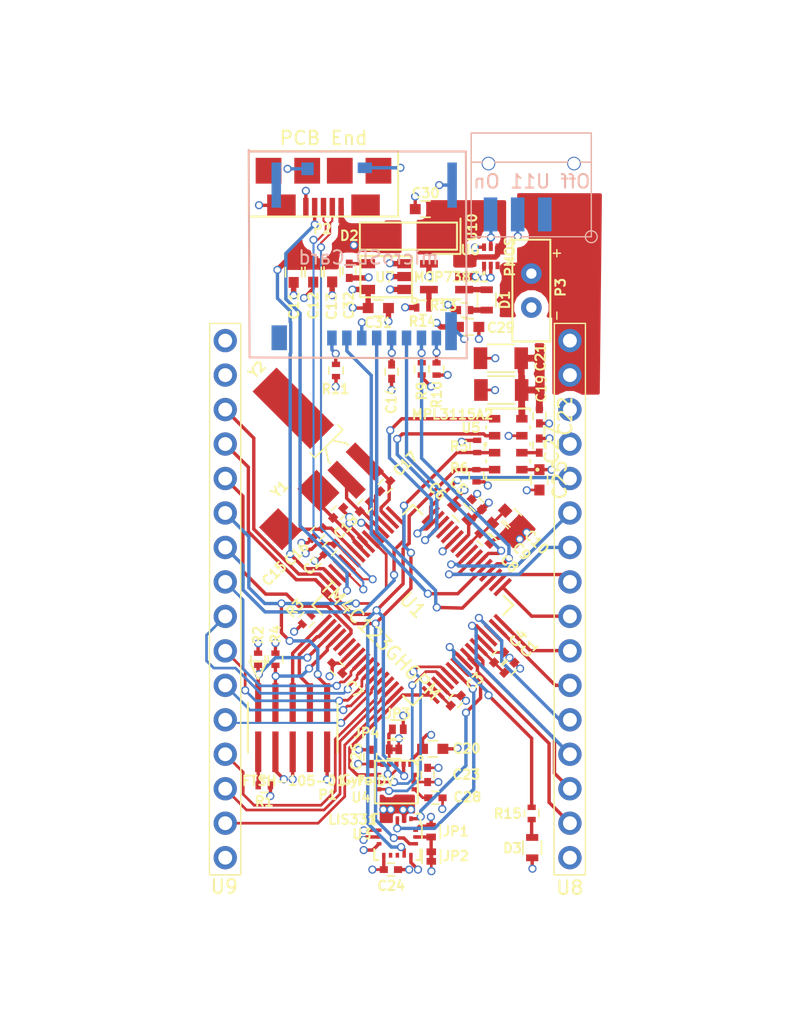
<source format=kicad_pcb>
(kicad_pcb (version 4) (host pcbnew 4.0.7)
  (layers (0 F.Cu signal hide) (1 GND power hide) (2 PWR.Cu power) (31 B.Cu signal hide) (34 B.Paste user) (35 F.Paste user) (36 B.SilkS user) (37 F.SilkS user) (38 B.Mask user) (39 F.Mask user) (44 Edge.Cuts user))
  (net 0 "")
  (net 1 ACC_CS)
  (net 2 PWR_GND)
  (net 3 PWR_VDDC)
  (net 4 +USB_VBUS)
  (net 5 OSC1)
  (net 6 OSC0)
  (net 7 XOSC0)
  (net 8 XGND)
  (net 9 XOSC1)
  (net 10 "Net-(C27-Pad1)")
  (net 11 "Net-(C28-Pad1)")
  (net 12 "Net-(C32-Pad1)")
  (net 13 "Net-(CON1-Pad1)")
  (net 14 PA3/SD~CS)
  (net 15 PA5/SDDI)
  (net 16 PA2/SDCLK)
  (net 17 PA4/SDDO)
  (net 18 "Net-(CON1-Pad8)")
  (net 19 "Net-(D1-Pad1)")
  (net 20 "Net-(D1-Pad2)")
  (net 21 PC1/JTAG_TMS)
  (net 22 "Net-(P1-Pad1)")
  (net 23 PC0/JTAG_TCK)
  (net 24 PC3/JTAG_TDO)
  (net 25 PC2/JTAG_TDI)
  (net 26 "Net-(P1-Pad7)")
  (net 27 RESET)
  (net 28 PB0/USB0_ID)
  (net 29 PB3/I2C_SDA)
  (net 30 PB2/I2C_SCL)
  (net 31 "Net-(R14-Pad2)")
  (net 32 WAKE)
  (net 33 PD0/SSI1CLK)
  (net 34 PD1/SSI1Fss)
  (net 35 PD2/SSI1Rx)
  (net 36 PD3/SSI1Tx)
  (net 37 "Net-(U3-Pad2)")
  (net 38 "Net-(U3-Pad3)")
  (net 39 ACC_LSB)
  (net 40 GYR_LSB)
  (net 41 +VBAT_ON)
  (net 42 "Net-(D3-Pad2)")
  (net 43 +VBAT)
  (net 44 PE1/IND_LED)
  (net 45 PWR_SWITCH)
  (net 46 PF2/BAR_INT1)
  (net 47 PF3/BAR_INT2)
  (net 48 PB5)
  (net 49 PB4)
  (net 50 PB6/GYR_INT2/DRDY)
  (net 51 PB7/GYR_INT1)
  (net 52 PE2/ACC_INT2)
  (net 53 PE3/ACC_INT1)
  (net 54 PF4/GYR_DEN)
  (net 55 PE0)
  (net 56 PD7)
  (net 57 PC7)
  (net 58 PC6)
  (net 59 PC5)
  (net 60 PC4)
  (net 61 PA0/U0Rx)
  (net 62 PA1/U0Tx)
  (net 63 PA6)
  (net 64 PA7)
  (net 65 PF0)
  (net 66 PF1)
  (net 67 HIB)
  (net 68 PD6)
  (net 69 PE4)
  (net 70 PE5)
  (net 71 USB0_D+)
  (net 72 USB0_D-)
  (module "SFUSAT Caps:C_0402" (layer F.Cu) (at 108.239583 113.056141 45)
    (fp_text reference C1 (at 2.019892 0.031308 45) (layer F.SilkS) (effects (font (size 0.7 0.7))))
    (fp_text value 0.01uF)
    (pad 1 smd rect (at -0.525 0 45) (size 0.6 0.5) (layers F.Cu F.Paste F.Mask) (net 1 ACC_CS))
    (pad 2 smd rect (at 0.525 0 45) (size 0.6 0.5) (layers F.Cu F.Paste F.Mask) (net 2 PWR_GND))
  )
  (module "SFUSAT Caps:C_0402" (layer F.Cu) (at 94.988769 104.281231 225)
    (fp_text reference C2 (at 1.808452 0 225) (layer F.SilkS) (effects (font (size 0.7 0.7))))
    (fp_text value 0.1uF)
    (pad 1 smd rect (at -0.525 0 225) (size 0.6 0.5) (layers F.Cu F.Paste F.Mask) (net 1 ACC_CS))
    (pad 2 smd rect (at 0.525 0 225) (size 0.6 0.5) (layers F.Cu F.Paste F.Mask) (net 2 PWR_GND))
  )
  (module "SFUSAT Caps:C_0402" (layer F.Cu) (at 104.287121 115.478603 45)
    (fp_text reference C3 (at 1.980947 0.017166 45) (layer F.SilkS) (effects (font (size 0.7 0.7))))
    (fp_text value 0.01uF)
    (pad 1 smd rect (at -0.525 0 45) (size 0.6 0.5) (layers F.Cu F.Paste F.Mask) (net 1 ACC_CS))
    (pad 2 smd rect (at 0.525 0 45) (size 0.6 0.5) (layers F.Cu F.Paste F.Mask) (net 2 PWR_GND))
  )
  (module "SFUSAT Caps:C_0402" (layer F.Cu) (at 107.479583 112.296141 45)
    (fp_text reference C4 (at 1.998678 0.010095 45) (layer F.SilkS) (effects (font (size 0.7 0.7))))
    (fp_text value 0.1uF)
    (pad 1 smd rect (at -0.525 0 45) (size 0.6 0.5) (layers F.Cu F.Paste F.Mask) (net 1 ACC_CS))
    (pad 2 smd rect (at 0.525 0 45) (size 0.6 0.5) (layers F.Cu F.Paste F.Mask) (net 2 PWR_GND))
  )
  (module "SFUSAT Caps:C_0402" (layer F.Cu) (at 105.837121 101.016141 135)
    (fp_text reference C5 (at 1.939779 -0.007764 135) (layer F.SilkS) (effects (font (size 0.7 0.7))))
    (fp_text value 0.01uF)
    (pad 1 smd rect (at -0.525 0 135) (size 0.6 0.5) (layers F.Cu F.Paste F.Mask) (net 1 ACC_CS))
    (pad 2 smd rect (at 0.525 0 135) (size 0.6 0.5) (layers F.Cu F.Paste F.Mask) (net 2 PWR_GND))
  )
  (module "SFUSAT Caps:C_0603" (layer F.Cu) (at 104.708682 101.617702 135)
    (fp_text reference C6 (at 2.373322 -0.142114 135) (layer F.SilkS) (effects (font (size 0.7 0.7))))
    (fp_text value 1uF)
    (pad 1 smd rect (at -0.75 0 135) (size 0.8 0.75) (layers F.Cu F.Paste F.Mask) (net 1 ACC_CS))
    (pad 2 smd rect (at 0.75 0 135) (size 0.8 0.75) (layers F.Cu F.Paste F.Mask) (net 2 PWR_GND))
  )
  (module "SFUSAT Caps:C_0402" (layer F.Cu) (at 95.551231 113.091231 135)
    (fp_text reference C7 (at -1.964016 -0.212132 135) (layer F.SilkS) (effects (font (size 0.7 0.7))))
    (fp_text value 0.1uF)
    (pad 1 smd rect (at -0.525 0 135) (size 0.6 0.5) (layers F.Cu F.Paste F.Mask) (net 3 PWR_VDDC))
    (pad 2 smd rect (at 0.525 0 135) (size 0.6 0.5) (layers F.Cu F.Paste F.Mask) (net 2 PWR_GND))
  )
  (module "SFUSAT Caps:C_0402" (layer F.Cu) (at 106.399583 103.548603 315)
    (fp_text reference C8 (at 2.589294 -0.013449 315) (layer F.SilkS) (effects (font (size 0.7 0.7))))
    (fp_text value 0.1uF)
    (pad 1 smd rect (at -0.525 0 315) (size 0.6 0.5) (layers F.Cu F.Paste F.Mask) (net 3 PWR_VDDC))
    (pad 2 smd rect (at 0.525 0 315) (size 0.6 0.5) (layers F.Cu F.Paste F.Mask) (net 2 PWR_GND))
  )
  (module "SFUSAT Caps:C_0603" (layer F.Cu) (at 107.478682 102.977702 315)
    (fp_text reference C9 (at 2.237014 -0.098302 315) (layer F.SilkS) (effects (font (size 0.7 0.7))))
    (fp_text value 1uF)
    (pad 1 smd rect (at -0.75 0 315) (size 0.8 0.75) (layers F.Cu F.Paste F.Mask) (net 3 PWR_VDDC))
    (pad 2 smd rect (at 0.75 0 315) (size 0.8 0.75) (layers F.Cu F.Paste F.Mask) (net 2 PWR_GND))
  )
  (module "SFUSAT Caps:C_0603" (layer F.Cu) (at 108.458682 102.007702 315)
    (fp_text reference C10 (at 2.526928 0.007764 315) (layer F.SilkS) (effects (font (size 0.7 0.7))))
    (fp_text value 2.2uF)
    (pad 1 smd rect (at -0.75 0 315) (size 0.8 0.75) (layers F.Cu F.Paste F.Mask) (net 3 PWR_VDDC))
    (pad 2 smd rect (at 0.75 0 315) (size 0.8 0.75) (layers F.Cu F.Paste F.Mask) (net 2 PWR_GND))
  )
  (module "SFUSAT Caps:C_0603" (layer F.Cu) (at 92.34 83.91 270)
    (fp_text reference C11 (at 2.46 -0.03 270) (layer F.SilkS) (effects (font (size 0.7 0.7))))
    (fp_text value 1uF)
    (pad 1 smd rect (at -0.75 0 270) (size 0.8 0.75) (layers F.Cu F.Paste F.Mask) (net 4 +USB_VBUS))
    (pad 2 smd rect (at 0.75 0 270) (size 0.8 0.75) (layers F.Cu F.Paste F.Mask) (net 2 PWR_GND))
  )
  (module "SFUSAT Caps:C_0603" (layer F.Cu) (at 93.78 83.89 270)
    (fp_text reference C12 (at 2.47 -0.01 270) (layer F.SilkS) (effects (font (size 0.7 0.7))))
    (fp_text value 1uF)
    (pad 1 smd rect (at -0.75 0 270) (size 0.8 0.75) (layers F.Cu F.Paste F.Mask) (net 4 +USB_VBUS))
    (pad 2 smd rect (at 0.75 0 270) (size 0.8 0.75) (layers F.Cu F.Paste F.Mask) (net 2 PWR_GND))
  )
  (module "SFUSAT Caps:C_0603" (layer F.Cu) (at 95.18 83.87 270)
    (fp_text reference C13 (at 2.54 0.04 270) (layer F.SilkS) (effects (font (size 0.7 0.7))))
    (fp_text value 1uF)
    (pad 1 smd rect (at -0.75 0 270) (size 0.8 0.75) (layers F.Cu F.Paste F.Mask) (net 4 +USB_VBUS))
    (pad 2 smd rect (at 0.75 0 270) (size 0.8 0.75) (layers F.Cu F.Paste F.Mask) (net 2 PWR_GND))
  )
  (module "SFUSAT Caps:C_0402" (layer F.Cu) (at 99.56 91.235 270)
    (fp_text reference C14 (at 2.105 0.03 450) (layer F.SilkS) (effects (font (size 0.7 0.7))))
    (fp_text value 0.1uF)
    (pad 1 smd rect (at -0.525 0 270) (size 0.6 0.5) (layers F.Cu F.Paste F.Mask) (net 1 ACC_CS))
    (pad 2 smd rect (at 0.525 0 270) (size 0.6 0.5) (layers F.Cu F.Paste F.Mask) (net 2 PWR_GND))
  )
  (module "SFUSAT Caps:C_0402" (layer F.Cu) (at 94.098769 103.141231 225)
    (fp_text reference C15 (at 4.368179 0.141421 225) (layer F.SilkS) (effects (font (size 0.7 0.7))))
    (fp_text value 10pF)
    (pad 1 smd rect (at -0.525 0 225) (size 0.6 0.5) (layers F.Cu F.Paste F.Mask) (net 5 OSC1))
    (pad 2 smd rect (at 0.525 0 225) (size 0.6 0.5) (layers F.Cu F.Paste F.Mask) (net 2 PWR_GND))
  )
  (module "SFUSAT Caps:C_0402" (layer F.Cu) (at 95.621231 101.638769 45)
    (fp_text reference C16 (at -4.293879 -0.021213 45) (layer F.SilkS) (effects (font (size 0.7 0.7))))
    (fp_text value 10pF)
    (pad 1 smd rect (at -0.525 0 45) (size 0.6 0.5) (layers F.Cu F.Paste F.Mask) (net 6 OSC0))
    (pad 2 smd rect (at 0.525 0 45) (size 0.6 0.5) (layers F.Cu F.Paste F.Mask) (net 2 PWR_GND))
  )
  (module "SFUSAT Caps:C_0402" (layer F.Cu) (at 99.087121 99.678603 225)
    (fp_text reference C17 (at -2.228434 0.103042 225) (layer F.SilkS) (effects (font (size 0.7 0.7))))
    (fp_text value 24pF)
    (pad 1 smd rect (at -0.525 0 225) (size 0.6 0.5) (layers F.Cu F.Paste F.Mask) (net 7 XOSC0))
    (pad 2 smd rect (at 0.525 0 225) (size 0.6 0.5) (layers F.Cu F.Paste F.Mask) (net 8 XGND))
  )
  (module "SFUSAT Caps:C_0402" (layer F.Cu) (at 97.587121 101.158603 225)
    (fp_text reference C18 (at 2.063704 -0.087876 225) (layer F.SilkS) (effects (font (size 0.7 0.7))))
    (fp_text value 24pF)
    (pad 1 smd rect (at -0.525 0 225) (size 0.6 0.5) (layers F.Cu F.Paste F.Mask) (net 8 XGND))
    (pad 2 smd rect (at 0.525 0 225) (size 0.6 0.5) (layers F.Cu F.Paste F.Mask) (net 9 XOSC1))
  )
  (module "SFUSAT Caps:C_0603" (layer F.Cu) (at 102.59 119.03)
    (fp_text reference C20 (at 2.5 -0.02) (layer F.SilkS) (effects (font (size 0.7 0.7))))
    (fp_text value 10uF)
    (pad 1 smd rect (at -0.75 0) (size 0.8 0.75) (layers F.Cu F.Paste F.Mask) (net 1 ACC_CS))
    (pad 2 smd rect (at 0.75 0) (size 0.8 0.75) (layers F.Cu F.Paste F.Mask) (net 2 PWR_GND))
  )
  (module "SFUSAT Caps:C_0402" (layer F.Cu) (at 110.45138 94.522684 270)
    (fp_text reference C22 (at 0 -1.9 270) (layer F.SilkS))
    (fp_text value 0.1uF)
    (pad 1 smd rect (at -0.525 0 270) (size 0.6 0.5) (layers F.Cu F.Paste F.Mask) (net 1 ACC_CS))
    (pad 2 smd rect (at 0.525 0 270) (size 0.6 0.5) (layers F.Cu F.Paste F.Mask) (net 2 PWR_GND))
  )
  (module "SFUSAT Caps:C_0402" (layer F.Cu) (at 102.213422 120.953298 90)
    (fp_text reference C23 (at 0.023298 2.856578 180) (layer F.SilkS) (effects (font (size 0.7 0.7))))
    (fp_text value .1uF)
    (pad 1 smd rect (at -0.525 0 90) (size 0.6 0.5) (layers F.Cu F.Paste F.Mask) (net 1 ACC_CS))
    (pad 2 smd rect (at 0.525 0 90) (size 0.6 0.5) (layers F.Cu F.Paste F.Mask) (net 2 PWR_GND))
  )
  (module "SFUSAT Caps:C_0402" (layer F.Cu) (at 99.508422 127.928298)
    (fp_text reference C24 (at 0.021578 1.191702) (layer F.SilkS) (effects (font (size 0.7 0.7))))
    (fp_text value 0.1uF)
    (pad 1 smd rect (at -0.525 0) (size 0.6 0.5) (layers F.Cu F.Paste F.Mask) (net 1 ACC_CS))
    (pad 2 smd rect (at 0.525 0) (size 0.6 0.5) (layers F.Cu F.Paste F.Mask) (net 2 PWR_GND))
  )
  (module "SFUSAT Caps:C_0603" (layer F.Cu) (at 110.45138 99.207684 270)
    (fp_text reference C25 (at 0 -1.5 270) (layer F.SilkS))
    (fp_text value 1uF)
    (pad 1 smd rect (at -0.75 0 270) (size 0.8 0.75) (layers F.Cu F.Paste F.Mask) (net 1 ACC_CS))
    (pad 2 smd rect (at 0.75 0 270) (size 0.8 0.75) (layers F.Cu F.Paste F.Mask) (net 2 PWR_GND))
  )
  (module "SFUSAT Caps:C_0402" (layer F.Cu) (at 97.99 119.625 90)
    (fp_text reference C26 (at 0.035 -1.04 90) (layer F.SilkS) (effects (font (size 0.7 0.7))))
    (fp_text value .1uF)
    (pad 1 smd rect (at -0.525 0 90) (size 0.6 0.5) (layers F.Cu F.Paste F.Mask) (net 1 ACC_CS))
    (pad 2 smd rect (at 0.525 0 90) (size 0.6 0.5) (layers F.Cu F.Paste F.Mask) (net 2 PWR_GND))
  )
  (module "SFUSAT Caps:C_0402" (layer F.Cu) (at 110.44138 96.682684 90)
    (fp_text reference C27 (at 0.082684 0.92862 90) (layer F.SilkS))
    (fp_text value 0.1uF)
    (pad 1 smd rect (at -0.525 0 90) (size 0.6 0.5) (layers F.Cu F.Paste F.Mask) (net 10 "Net-(C27-Pad1)"))
    (pad 2 smd rect (at 0.525 0 90) (size 0.6 0.5) (layers F.Cu F.Paste F.Mask) (net 2 PWR_GND))
  )
  (module "SFUSAT Caps:C_0402" (layer F.Cu) (at 102.788422 122.638298)
    (fp_text reference C28 (at 2.351578 -0.048298) (layer F.SilkS) (effects (font (size 0.7 0.7))))
    (fp_text value "10nF(25V)")
    (pad 1 smd rect (at -0.525 0) (size 0.6 0.5) (layers F.Cu F.Paste F.Mask) (net 11 "Net-(C28-Pad1)"))
    (pad 2 smd rect (at 0.525 0) (size 0.6 0.5) (layers F.Cu F.Paste F.Mask) (net 2 PWR_GND))
  )
  (module "SFUSAT Caps:C_0603" (layer F.Cu) (at 105.24 87.94)
    (fp_text reference C29 (at 2.37 0.06) (layer F.SilkS) (effects (font (size 0.7 0.7))))
    (fp_text value 4.7uF)
    (pad 1 smd rect (at -0.75 0) (size 0.8 0.75) (layers F.Cu F.Paste F.Mask) (net 4 +USB_VBUS))
    (pad 2 smd rect (at 0.75 0) (size 0.8 0.75) (layers F.Cu F.Paste F.Mask) (net 2 PWR_GND))
  )
  (module "SFUSAT Caps:C_0603" (layer F.Cu) (at 102.05 79.26 180)
    (fp_text reference C30 (at -0.02 1.18 180) (layer F.SilkS) (effects (font (size 0.7 0.7))))
    (fp_text value 4.7uF)
    (pad 1 smd rect (at -0.75 0 180) (size 0.8 0.75) (layers F.Cu F.Paste F.Mask) (net 41 +VBAT_ON))
    (pad 2 smd rect (at 0.75 0 180) (size 0.8 0.75) (layers F.Cu F.Paste F.Mask) (net 2 PWR_GND))
  )
  (module "SFUSAT Caps:C_0603" (layer F.Cu) (at 98.58 86.55)
    (fp_text reference C31 (at 0 1.08) (layer F.SilkS) (effects (font (size 0.7 0.7))))
    (fp_text value 2.2uF)
    (pad 1 smd rect (at -0.75 0) (size 0.8 0.75) (layers F.Cu F.Paste F.Mask) (net 1 ACC_CS))
    (pad 2 smd rect (at 0.75 0) (size 0.8 0.75) (layers F.Cu F.Paste F.Mask) (net 2 PWR_GND))
  )
  (module "SFUSAT Caps:C_0402" (layer F.Cu) (at 96.44 83.805 270)
    (fp_text reference C32 (at 2.555 0.03 270) (layer F.SilkS) (effects (font (size 0.7 0.7))))
    (fp_text value 470pF)
    (pad 1 smd rect (at -0.525 0 270) (size 0.6 0.5) (layers F.Cu F.Paste F.Mask) (net 12 "Net-(C32-Pad1)"))
    (pad 2 smd rect (at 0.525 0 270) (size 0.6 0.5) (layers F.Cu F.Paste F.Mask) (net 2 PWR_GND))
  )
  (module Avionics:Micro_SD_WM11190CT (layer B.Cu) (at 91.06 77.49)
    (fp_text reference microSD_Card (at 6.7945 5.334) (layer B.SilkS) (effects (justify mirror)))
    (fp_text value microSD_Card)
    (pad 1 smd rect (at 11.8 11.265) (size 0.7 1.1) (layers B.Cu B.Paste B.Mask) (net 13 "Net-(CON1-Pad1)"))
    (pad 2 smd rect (at 10.7 11.265) (size 0.7 1.1) (layers B.Cu B.Paste B.Mask) (net 14 PA3/SD~CS))
    (pad 3 smd rect (at 9.6 11.265) (size 0.7 1.1) (layers B.Cu B.Paste B.Mask) (net 15 PA5/SDDI))
    (pad 4 smd rect (at 8.5 11.265) (size 0.7 1.1) (layers B.Cu B.Paste B.Mask) (net 1 ACC_CS))
    (pad 5 smd rect (at 7.4 11.265) (size 0.7 1.1) (layers B.Cu B.Paste B.Mask) (net 16 PA2/SDCLK))
    (pad 6 smd rect (at 6.3 11.265) (size 0.7 1.1) (layers B.Cu B.Paste B.Mask) (net 2 PWR_GND))
    (pad 7 smd rect (at 5.2 11.265) (size 0.7 1.1) (layers B.Cu B.Paste B.Mask) (net 17 PA4/SDDO))
    (pad 8 smd rect (at 4.1 11.265) (size 0.7 1.1) (layers B.Cu B.Paste B.Mask) (net 18 "Net-(CON1-Pad8)"))
    (pad 9 smd rect (at 12.88 10.765) (size 0.86 2.8) (layers B.Cu B.Paste B.Mask) (net 2 PWR_GND))
    (pad 10 smd rect (at 12.96 0) (size 0.7 3.33) (layers B.Cu B.Paste B.Mask) (net 2 PWR_GND))
    (pad 11 smd rect (at 6.525 -1.275) (size 1.05 0.78) (layers B.Cu B.Paste B.Mask) (net 2 PWR_GND))
    (pad 12 smd rect (at 2.31 -1.2) (size 0.9 0.93) (layers B.Cu B.Paste B.Mask) (net 2 PWR_GND))
    (pad 13 smd rect (at 0 0) (size 0.7 3.33) (layers B.Cu B.Paste B.Mask))
    (pad 14 smd rect (at 0.22 11.25) (size 1.14 1.83) (layers B.Cu B.Paste B.Mask))
  )
  (module SFUSAT-Res:R_0603 (layer F.Cu) (at 106.57 85.95 270)
    (fp_text reference D1 (at 0 -1.33 270) (layer F.SilkS) (effects (font (size 0.7 0.7))))
    (fp_text value RED)
    (pad 1 smd rect (at -0.75 0 270) (size 0.5 0.9) (layers F.Cu F.Paste F.Mask) (net 19 "Net-(D1-Pad1)"))
    (pad 2 smd rect (at 0.75 0 270) (size 0.5 0.9) (layers F.Cu F.Paste F.Mask) (net 20 "Net-(D1-Pad2)"))
  )
  (module Avionics:B340A (layer F.Cu) (at 100.8 81.25)
    (fp_text reference D2 (at -4.36 -0.03) (layer F.SilkS) (effects (font (size 0.7 0.7))))
    (fp_text value B340A)
    (pad 1 smd rect (at -2 0) (size 2.5 1.7) (layers F.Cu F.Paste F.Mask) (net 4 +USB_VBUS))
    (pad 2 smd rect (at 2 0) (size 2.5 1.7) (layers F.Cu F.Paste F.Mask) (net 41 +VBAT_ON))
  )
  (module Avionics:FTSH-105-01-F-DV-K (layer F.Cu) (at 92.268352 117.469372 180)
    (fp_text reference P1 (at -2.571648 -4.940628 180) (layer F.SilkS) (effects (font (size 0.7 0.7))))
    (fp_text value FTSH-105-01-F-DV (at -1.891648 -3.920628 180) (layer F.SilkS) (effects (font (size 0.7 0.7))))
    (pad 2 smd rect (at 2.54 1.778 180) (size 0.4572 2.9972) (layers F.Cu F.Paste F.Mask) (net 21 PC1/JTAG_TMS))
    (pad 1 smd rect (at 2.54 -1.778 180) (size 0.4572 2.9972) (layers F.Cu F.Paste F.Mask) (net 22 "Net-(P1-Pad1)"))
    (pad 4 smd rect (at 1.27 1.778 180) (size 0.4572 2.9972) (layers F.Cu F.Paste F.Mask) (net 23 PC0/JTAG_TCK))
    (pad 3 smd rect (at 1.27 -1.778 180) (size 0.4572 2.9972) (layers F.Cu F.Paste F.Mask) (net 2 PWR_GND))
    (pad 6 smd rect (at 0 1.778 180) (size 0.4572 2.9972) (layers F.Cu F.Paste F.Mask) (net 24 PC3/JTAG_TDO))
    (pad 5 smd rect (at 0 -1.778 180) (size 0.4572 2.9972) (layers F.Cu F.Paste F.Mask) (net 2 PWR_GND))
    (pad 8 smd rect (at -1.27 1.778 180) (size 0.4572 2.9972) (layers F.Cu F.Paste F.Mask) (net 25 PC2/JTAG_TDI))
    (pad 7 smd rect (at -1.27 -1.778 180) (size 0.4572 2.9972) (layers F.Cu F.Paste F.Mask) (net 26 "Net-(P1-Pad7)"))
    (pad 10 smd rect (at -2.54 1.778 180) (size 0.4572 2.9972) (layers F.Cu F.Paste F.Mask) (net 27 RESET))
    (pad 9 smd rect (at -2.54 -1.778 180) (size 0.4572 2.9972) (layers F.Cu F.Paste F.Mask) (net 2 PWR_GND))
  )
  (module "Avionics:JST_B2B-EH-A(LF)(SN)" (layer F.Cu) (at 109.86 84.01 270)
    (fp_text reference P3 (at 1.02 -2.15 270) (layer F.SilkS) (effects (font (size 0.7 0.7))))
    (fp_text value JST-2)
    (pad 1 thru_hole circle (at 0 0 270) (size 1.524 1.524) (drill 0.762) (layers *.Cu *.Mask) (net 43 +VBAT))
    (pad 2 thru_hole circle (at 2.5 0 270) (size 1.524 1.524) (drill 0.762) (layers *.Cu *.Mask) (net 2 PWR_GND))
  )
  (module SFUSAT-Res:R_0402 (layer F.Cu) (at 90.178352 121.717372 180)
    (fp_text reference R1 (at 0 -1.192628 180) (layer F.SilkS) (effects (font (size 0.7 0.7))))
    (fp_text value 100)
    (pad 1 smd rect (at -0.45 0 180) (size 0.4 0.6) (layers F.Cu F.Paste F.Mask) (net 1 ACC_CS))
    (pad 2 smd rect (at 0.45 0 180) (size 0.4 0.6) (layers F.Cu F.Paste F.Mask) (net 22 "Net-(P1-Pad1)"))
  )
  (module SFUSAT-Res:R_0402 (layer F.Cu) (at 89.718352 112.427372 270)
    (fp_text reference R2 (at -1.767372 -0.011648 270) (layer F.SilkS) (effects (font (size 0.7 0.7))))
    (fp_text value 10k)
    (pad 1 smd rect (at -0.45 0 270) (size 0.4 0.6) (layers F.Cu F.Paste F.Mask) (net 1 ACC_CS))
    (pad 2 smd rect (at 0.45 0 270) (size 0.4 0.6) (layers F.Cu F.Paste F.Mask) (net 21 PC1/JTAG_TMS))
  )
  (module SFUSAT-Res:R_0402 (layer F.Cu) (at 93.300154 109.50557 225)
    (fp_text reference R3 (at 0.017384 1.199058 225) (layer F.SilkS) (effects (font (size 0.7 0.7))))
    (fp_text value 10k)
    (pad 1 smd rect (at -0.45 0 225) (size 0.4 0.6) (layers F.Cu F.Paste F.Mask) (net 24 PC3/JTAG_TDO))
    (pad 2 smd rect (at 0.45 0 225) (size 0.4 0.6) (layers F.Cu F.Paste F.Mask) (net 2 PWR_GND))
  )
  (module SFUSAT-Res:R_0402 (layer F.Cu) (at 90.998352 112.427372 270)
    (fp_text reference R4 (at -1.837372 -0.011648 270) (layer F.SilkS) (effects (font (size 0.7 0.7))))
    (fp_text value 10k)
    (pad 1 smd rect (at -0.45 0 270) (size 0.4 0.6) (layers F.Cu F.Paste F.Mask) (net 1 ACC_CS))
    (pad 2 smd rect (at 0.45 0 270) (size 0.4 0.6) (layers F.Cu F.Paste F.Mask) (net 23 PC0/JTAG_TCK))
  )
  (module SFUSAT-Res:R_0402 (layer F.Cu) (at 105.87138 96.747684 270)
    (fp_text reference R5 (at 0.002316 1.33138 360) (layer F.SilkS) (effects (font (size 0.7 0.7))))
    (fp_text value 4.7k)
    (pad 1 smd rect (at -0.45 0 270) (size 0.4 0.6) (layers F.Cu F.Paste F.Mask) (net 1 ACC_CS))
    (pad 2 smd rect (at 0.45 0 270) (size 0.4 0.6) (layers F.Cu F.Paste F.Mask) (net 29 PB3/I2C_SDA))
  )
  (module SFUSAT-Res:R_0402 (layer F.Cu) (at 105.81138 98.907684 90)
    (fp_text reference R6 (at 0.557684 -1.26138 180) (layer F.SilkS) (effects (font (size 0.7 0.7))))
    (fp_text value 4.7k)
    (pad 1 smd rect (at -0.45 0 90) (size 0.4 0.6) (layers F.Cu F.Paste F.Mask) (net 1 ACC_CS))
    (pad 2 smd rect (at 0.45 0 90) (size 0.4 0.6) (layers F.Cu F.Paste F.Mask) (net 30 PB2/I2C_SCL))
  )
  (module SFUSAT-Res:R_0402 (layer F.Cu) (at 101.78 91.03 90)
    (fp_text reference R9 (at -1.64 0.01 270) (layer F.SilkS) (effects (font (size 0.7 0.7))))
    (fp_text value 10k)
    (pad 1 smd rect (at -0.45 0 90) (size 0.4 0.6) (layers F.Cu F.Paste F.Mask) (net 1 ACC_CS))
    (pad 2 smd rect (at 0.45 0 90) (size 0.4 0.6) (layers F.Cu F.Paste F.Mask) (net 14 PA3/SD~CS))
  )
  (module SFUSAT-Res:R_0402 (layer F.Cu) (at 102.87 91.04 90)
    (fp_text reference R10 (at -1.89 0.01 270) (layer F.SilkS) (effects (font (size 0.7 0.7))))
    (fp_text value 10k)
    (pad 1 smd rect (at -0.45 0 90) (size 0.4 0.6) (layers F.Cu F.Paste F.Mask) (net 1 ACC_CS))
    (pad 2 smd rect (at 0.45 0 90) (size 0.4 0.6) (layers F.Cu F.Paste F.Mask) (net 13 "Net-(CON1-Pad1)"))
  )
  (module SFUSAT-Res:R_0402 (layer F.Cu) (at 95.46 91.15 270)
    (fp_text reference R11 (at 1.37 0.04 360) (layer F.SilkS) (effects (font (size 0.7 0.7))))
    (fp_text value 10k)
    (pad 1 smd rect (at -0.45 0 270) (size 0.4 0.6) (layers F.Cu F.Paste F.Mask) (net 18 "Net-(CON1-Pad8)"))
    (pad 2 smd rect (at 0.45 0 270) (size 0.4 0.6) (layers F.Cu F.Paste F.Mask) (net 2 PWR_GND))
  )
  (module SFUSAT-Res:R_0402 (layer F.Cu) (at 104.93 86.7 180)
    (fp_text reference R13 (at 1.56 0.33 180) (layer F.SilkS) (effects (font (size 0.7 0.7))))
    (fp_text value 330)
    (pad 1 smd rect (at -0.45 0 180) (size 0.4 0.6) (layers F.Cu F.Paste F.Mask) (net 20 "Net-(D1-Pad2)"))
    (pad 2 smd rect (at 0.45 0 180) (size 0.4 0.6) (layers F.Cu F.Paste F.Mask) (net 4 +USB_VBUS))
  )
  (module SFUSAT-Res:R_0402 (layer F.Cu) (at 101.86 86.51)
    (fp_text reference R14 (at -0.02 1.04) (layer F.SilkS) (effects (font (size 0.7 0.7))))
    (fp_text value 10k)
    (pad 1 smd rect (at -0.45 0) (size 0.4 0.6) (layers F.Cu F.Paste F.Mask) (net 2 PWR_GND))
    (pad 2 smd rect (at 0.45 0) (size 0.4 0.6) (layers F.Cu F.Paste F.Mask) (net 31 "Net-(R14-Pad2)"))
  )
  (module Avionics:TM4C123GH6PMI (layer F.Cu) (at 101.118352 108.437372 135)
    (fp_text reference U1 (at 0 0 135) (layer F.SilkS))
    (fp_text value TM4C123GH6PM (at -0.172729 -3.507943 135) (layer F.SilkS))
    (pad 1 smd rect (at -5.61975 -3.75 225) (size 0.2794 1.6637) (layers F.Cu F.Paste F.Mask) (net 50 PB6/GYR_INT2/DRDY))
    (pad 2 smd rect (at -5.61975 -3.250001 225) (size 0.2794 1.6637) (layers F.Cu F.Paste F.Mask) (net 1 ACC_CS))
    (pad 3 smd rect (at -5.61975 -2.75 225) (size 0.2794 1.6637) (layers F.Cu F.Paste F.Mask) (net 2 PWR_GND))
    (pad 4 smd rect (at -5.61975 -2.250001 225) (size 0.2794 1.6637) (layers F.Cu F.Paste F.Mask) (net 51 PB7/GYR_INT1))
    (pad 5 smd rect (at -5.61975 -1.749999 225) (size 0.2794 1.6637) (layers F.Cu F.Paste F.Mask) (net 54 PF4/GYR_DEN))
    (pad 6 smd rect (at -5.61975 -1.25 225) (size 0.2794 1.6637) (layers F.Cu F.Paste F.Mask) (net 53 PE3/ACC_INT1))
    (pad 7 smd rect (at -5.61975 -0.750001 225) (size 0.2794 1.6637) (layers F.Cu F.Paste F.Mask) (net 52 PE2/ACC_INT2))
    (pad 8 smd rect (at -5.61975 -0.25 225) (size 0.2794 1.6637) (layers F.Cu F.Paste F.Mask) (net 44 PE1/IND_LED))
    (pad 9 smd rect (at -5.61975 0.25 225) (size 0.2794 1.6637) (layers F.Cu F.Paste F.Mask) (net 55 PE0))
    (pad 10 smd rect (at -5.61975 0.750001 225) (size 0.2794 1.6637) (layers F.Cu F.Paste F.Mask) (net 56 PD7))
    (pad 11 smd rect (at -5.61975 1.25 225) (size 0.2794 1.6637) (layers F.Cu F.Paste F.Mask) (net 1 ACC_CS))
    (pad 12 smd rect (at -5.61975 1.749999 225) (size 0.2794 1.6637) (layers F.Cu F.Paste F.Mask) (net 2 PWR_GND))
    (pad 13 smd rect (at -5.61975 2.250001 225) (size 0.2794 1.6637) (layers F.Cu F.Paste F.Mask) (net 57 PC7))
    (pad 14 smd rect (at -5.61975 2.75 225) (size 0.2794 1.6637) (layers F.Cu F.Paste F.Mask) (net 58 PC6))
    (pad 15 smd rect (at -5.61975 3.250001 225) (size 0.2794 1.6637) (layers F.Cu F.Paste F.Mask) (net 59 PC5))
    (pad 16 smd rect (at -5.61975 3.75 225) (size 0.2794 1.6637) (layers F.Cu F.Paste F.Mask) (net 60 PC4))
    (pad 17 smd rect (at -3.75 5.61975 135) (size 0.2794 1.6637) (layers F.Cu F.Paste F.Mask) (net 61 PA0/U0Rx))
    (pad 18 smd rect (at -3.250001 5.61975 135) (size 0.2794 1.6637) (layers F.Cu F.Paste F.Mask) (net 62 PA1/U0Tx))
    (pad 19 smd rect (at -2.75 5.61975 135) (size 0.2794 1.6637) (layers F.Cu F.Paste F.Mask) (net 16 PA2/SDCLK))
    (pad 20 smd rect (at -2.250001 5.61975 135) (size 0.2794 1.6637) (layers F.Cu F.Paste F.Mask) (net 14 PA3/SD~CS))
    (pad 21 smd rect (at -1.749999 5.61975 135) (size 0.2794 1.6637) (layers F.Cu F.Paste F.Mask) (net 17 PA4/SDDO))
    (pad 22 smd rect (at -1.25 5.61975 135) (size 0.2794 1.6637) (layers F.Cu F.Paste F.Mask) (net 15 PA5/SDDI))
    (pad 23 smd rect (at -0.750001 5.61975 135) (size 0.2794 1.6637) (layers F.Cu F.Paste F.Mask) (net 63 PA6))
    (pad 24 smd rect (at -0.25 5.61975 135) (size 0.2794 1.6637) (layers F.Cu F.Paste F.Mask) (net 64 PA7))
    (pad 25 smd rect (at 0.25 5.61975 135) (size 0.2794 1.6637) (layers F.Cu F.Paste F.Mask) (net 3 PWR_VDDC))
    (pad 26 smd rect (at 0.750001 5.61975 135) (size 0.2794 1.6637) (layers F.Cu F.Paste F.Mask) (net 1 ACC_CS))
    (pad 27 smd rect (at 1.25 5.61975 135) (size 0.2794 1.6637) (layers F.Cu F.Paste F.Mask) (net 2 PWR_GND))
    (pad 28 smd rect (at 1.749999 5.61975 135) (size 0.2794 1.6637) (layers F.Cu F.Paste F.Mask) (net 65 PF0))
    (pad 29 smd rect (at 2.250001 5.61975 135) (size 0.2794 1.6637) (layers F.Cu F.Paste F.Mask) (net 66 PF1))
    (pad 30 smd rect (at 2.75 5.61975 135) (size 0.2794 1.6637) (layers F.Cu F.Paste F.Mask) (net 46 PF2/BAR_INT1))
    (pad 31 smd rect (at 3.250001 5.61975 135) (size 0.2794 1.6637) (layers F.Cu F.Paste F.Mask) (net 47 PF3/BAR_INT2))
    (pad 32 smd rect (at 3.75 5.61975 135) (size 0.2794 1.6637) (layers F.Cu F.Paste F.Mask) (net 32 WAKE))
    (pad 33 smd rect (at 5.61975 3.75 225) (size 0.2794 1.6637) (layers F.Cu F.Paste F.Mask) (net 67 HIB))
    (pad 34 smd rect (at 5.61975 3.250001 225) (size 0.2794 1.6637) (layers F.Cu F.Paste F.Mask) (net 7 XOSC0))
    (pad 35 smd rect (at 5.61975 2.75 225) (size 0.2794 1.6637) (layers F.Cu F.Paste F.Mask) (net 8 XGND))
    (pad 36 smd rect (at 5.61975 2.250001 225) (size 0.2794 1.6637) (layers F.Cu F.Paste F.Mask) (net 9 XOSC1))
    (pad 37 smd rect (at 5.61975 1.749999 225) (size 0.2794 1.6637) (layers F.Cu F.Paste F.Mask) (net 1 ACC_CS))
    (pad 38 smd rect (at 5.61975 1.25 225) (size 0.2794 1.6637) (layers F.Cu F.Paste F.Mask) (net 27 RESET))
    (pad 39 smd rect (at 5.61975 0.750001 225) (size 0.2794 1.6637) (layers F.Cu F.Paste F.Mask) (net 2 PWR_GND))
    (pad 40 smd rect (at 5.61975 0.25 225) (size 0.2794 1.6637) (layers F.Cu F.Paste F.Mask) (net 6 OSC0))
    (pad 41 smd rect (at 5.61975 -0.25 225) (size 0.2794 1.6637) (layers F.Cu F.Paste F.Mask) (net 5 OSC1))
    (pad 42 smd rect (at 5.61975 -0.750001 225) (size 0.2794 1.6637) (layers F.Cu F.Paste F.Mask) (net 1 ACC_CS))
    (pad 43 smd rect (at 5.61975 -1.25 225) (size 0.2794 1.6637) (layers F.Cu F.Paste F.Mask) (net 72 USB0_D-))
    (pad 44 smd rect (at 5.61975 -1.749999 225) (size 0.2794 1.6637) (layers F.Cu F.Paste F.Mask) (net 71 USB0_D+))
    (pad 45 smd rect (at 5.61975 -2.250001 225) (size 0.2794 1.6637) (layers F.Cu F.Paste F.Mask) (net 28 PB0/USB0_ID))
    (pad 46 smd rect (at 5.61975 -2.75 225) (size 0.2794 1.6637) (layers F.Cu F.Paste F.Mask) (net 4 +USB_VBUS))
    (pad 47 smd rect (at 5.61975 -3.250001 225) (size 0.2794 1.6637) (layers F.Cu F.Paste F.Mask) (net 30 PB2/I2C_SCL))
    (pad 48 smd rect (at 5.61975 -3.75 225) (size 0.2794 1.6637) (layers F.Cu F.Paste F.Mask) (net 29 PB3/I2C_SDA))
    (pad 49 smd rect (at 3.75 -5.61975 135) (size 0.2794 1.6637) (layers F.Cu F.Paste F.Mask) (net 24 PC3/JTAG_TDO))
    (pad 50 smd rect (at 3.250001 -5.61975 135) (size 0.2794 1.6637) (layers F.Cu F.Paste F.Mask) (net 25 PC2/JTAG_TDI))
    (pad 51 smd rect (at 2.75 -5.61975 135) (size 0.2794 1.6637) (layers F.Cu F.Paste F.Mask) (net 21 PC1/JTAG_TMS))
    (pad 52 smd rect (at 2.250001 -5.61975 135) (size 0.2794 1.6637) (layers F.Cu F.Paste F.Mask) (net 23 PC0/JTAG_TCK))
    (pad 53 smd rect (at 1.749999 -5.61975 135) (size 0.2794 1.6637) (layers F.Cu F.Paste F.Mask) (net 68 PD6))
    (pad 54 smd rect (at 1.25 -5.61975 135) (size 0.2794 1.6637) (layers F.Cu F.Paste F.Mask) (net 1 ACC_CS))
    (pad 55 smd rect (at 0.750001 -5.61975 135) (size 0.2794 1.6637) (layers F.Cu F.Paste F.Mask) (net 2 PWR_GND))
    (pad 56 smd rect (at 0.25 -5.61975 135) (size 0.2794 1.6637) (layers F.Cu F.Paste F.Mask) (net 3 PWR_VDDC))
    (pad 57 smd rect (at -0.25 -5.61975 135) (size 0.2794 1.6637) (layers F.Cu F.Paste F.Mask) (net 48 PB5))
    (pad 58 smd rect (at -0.750001 -5.61975 135) (size 0.2794 1.6637) (layers F.Cu F.Paste F.Mask) (net 49 PB4))
    (pad 59 smd rect (at -1.25 -5.61975 135) (size 0.2794 1.6637) (layers F.Cu F.Paste F.Mask) (net 69 PE4))
    (pad 60 smd rect (at -1.749999 -5.61975 135) (size 0.2794 1.6637) (layers F.Cu F.Paste F.Mask) (net 70 PE5))
    (pad 61 smd rect (at -2.250001 -5.61975 135) (size 0.2794 1.6637) (layers F.Cu F.Paste F.Mask) (net 33 PD0/SSI1CLK))
    (pad 62 smd rect (at -2.75 -5.61975 135) (size 0.2794 1.6637) (layers F.Cu F.Paste F.Mask) (net 34 PD1/SSI1Fss))
    (pad 63 smd rect (at -3.250001 -5.61975 135) (size 0.2794 1.6637) (layers F.Cu F.Paste F.Mask) (net 35 PD2/SSI1Rx))
    (pad 64 smd rect (at -3.75 -5.61975 135) (size 0.2794 1.6637) (layers F.Cu F.Paste F.Mask) (net 36 PD3/SSI1Tx))
  )
  (module Avionics:LIS331HH (layer F.Cu) (at 99.983423 125.524498 90)
    (fp_text reference U3 (at 0.204498 -2.613423 180) (layer F.SilkS) (effects (font (size 0.7 0.7))))
    (fp_text value LIS331 (at 1.284498 -3.303423 180) (layer F.SilkS) (effects (font (size 0.7 0.7))))
    (pad 1 smd rect (at -1.3462 -1.000001 180) (size 0.254 0.3556) (layers F.Cu F.Paste F.Mask) (net 1 ACC_CS))
    (pad 2 smd rect (at -1.3462 -0.499999 180) (size 0.254 0.3556) (layers F.Cu F.Paste F.Mask) (net 37 "Net-(U3-Pad2)"))
    (pad 3 smd rect (at -1.3462 0 180) (size 0.254 0.3556) (layers F.Cu F.Paste F.Mask) (net 38 "Net-(U3-Pad3)"))
    (pad 4 smd rect (at -1.3462 0.499999 180) (size 0.254 0.3556) (layers F.Cu F.Paste F.Mask) (net 30 PB2/I2C_SCL))
    (pad 5 smd rect (at -1.3462 1.000001 180) (size 0.254 0.3556) (layers F.Cu F.Paste F.Mask) (net 2 PWR_GND))
    (pad 6 smd rect (at -0.499999 1.3462 90) (size 0.254 0.3556) (layers F.Cu F.Paste F.Mask) (net 29 PB3/I2C_SDA))
    (pad 7 smd rect (at 0 1.3462 90) (size 0.254 0.3556) (layers F.Cu F.Paste F.Mask) (net 39 ACC_LSB))
    (pad 8 smd rect (at 0.499999 1.3462 90) (size 0.254 0.3556) (layers F.Cu F.Paste F.Mask) (net 1 ACC_CS))
    (pad 9 smd rect (at 1.3462 1.000001 180) (size 0.254 0.3556) (layers F.Cu F.Paste F.Mask) (net 52 PE2/ACC_INT2))
    (pad 10 smd rect (at 1.3462 0.499999 180) (size 0.254 0.3556) (layers F.Cu F.Paste F.Mask) (net 2 PWR_GND))
    (pad 11 smd rect (at 1.3462 0 180) (size 0.254 0.3556) (layers F.Cu F.Paste F.Mask) (net 53 PE3/ACC_INT1))
    (pad 12 smd rect (at 1.3462 -0.499999 180) (size 0.254 0.3556) (layers F.Cu F.Paste F.Mask) (net 2 PWR_GND))
    (pad 13 smd rect (at 1.3462 -1.000001 180) (size 0.254 0.3556) (layers F.Cu F.Paste F.Mask) (net 2 PWR_GND))
    (pad 14 smd rect (at 0.499999 -1.3462 90) (size 0.254 0.3556) (layers F.Cu F.Paste F.Mask) (net 1 ACC_CS))
    (pad 15 smd rect (at 0 -1.3462 90) (size 0.254 0.3556) (layers F.Cu F.Paste F.Mask) (net 1 ACC_CS))
    (pad 16 smd rect (at -0.499999 -1.3462 90) (size 0.254 0.3556) (layers F.Cu F.Paste F.Mask) (net 2 PWR_GND))
  )
  (module Avionics:Gyro_L3GD20HTR (layer F.Cu) (at 99.913422 121.478298 270)
    (fp_text reference U4 (at 1.131702 2.613422 360) (layer F.SilkS) (effects (font (size 0.7 0.7))))
    (fp_text value L3GD20HTR)
    (pad 1 smd rect (at -1.32 -1.03 270) (size 0.41 0.31) (layers F.Cu F.Paste F.Mask) (net 1 ACC_CS))
    (pad 2 smd rect (at -1.32 -0.53 270) (size 0.41 0.31) (layers F.Cu F.Paste F.Mask) (net 30 PB2/I2C_SCL))
    (pad 3 smd rect (at -1.32 0 270) (size 0.41 0.31) (layers F.Cu F.Paste F.Mask) (net 29 PB3/I2C_SDA))
    (pad 4 smd rect (at -1.32 0.53 270) (size 0.41 0.31) (layers F.Cu F.Paste F.Mask) (net 40 GYR_LSB))
    (pad 5 smd rect (at -1.32 1.03 270) (size 0.41 0.31) (layers F.Cu F.Paste F.Mask) (net 1 ACC_CS))
    (pad 6 smd rect (at -0.53 1.32 180) (size 0.41 0.31) (layers F.Cu F.Paste F.Mask) (net 50 PB6/GYR_INT2/DRDY))
    (pad 7 smd rect (at 0 1.32 180) (size 0.41 0.31) (layers F.Cu F.Paste F.Mask) (net 51 PB7/GYR_INT1))
    (pad 8 smd rect (at 0.53 1.32 180) (size 0.41 0.31) (layers F.Cu F.Paste F.Mask) (net 54 PF4/GYR_DEN))
    (pad 9 smd rect (at 1.32 1.03 270) (size 0.41 0.31) (layers F.Cu F.Paste F.Mask) (net 2 PWR_GND))
    (pad 10 smd rect (at 1.32 0.53 270) (size 0.41 0.31) (layers F.Cu F.Paste F.Mask) (net 2 PWR_GND))
    (pad 11 smd rect (at 1.32 0 270) (size 0.41 0.31) (layers F.Cu F.Paste F.Mask) (net 2 PWR_GND))
    (pad 12 smd rect (at 1.32 -0.53 270) (size 0.41 0.31) (layers F.Cu F.Paste F.Mask) (net 2 PWR_GND))
    (pad 13 smd rect (at 1.32 -1.03 270) (size 0.41 0.31) (layers F.Cu F.Paste F.Mask) (net 2 PWR_GND))
    (pad 14 smd rect (at 0.53 -1.32 180) (size 0.41 0.31) (layers F.Cu F.Paste F.Mask) (net 11 "Net-(C28-Pad1)"))
    (pad 15 smd rect (at 0 -1.32) (size 0.41 0.31) (layers F.Cu F.Paste F.Mask) (net 1 ACC_CS))
    (pad 16 smd rect (at -0.53 -1.32 270) (size 0.31 0.41) (layers F.Cu F.Paste F.Mask) (net 1 ACC_CS))
  )
  (module Avionics:MPL3115A2 (layer F.Cu) (at 108.15468 96.582684 180)
    (fp_text reference U5 (at 2.75468 1.222684 180) (layer F.SilkS) (effects (font (size 0.7 0.7))))
    (fp_text value MPL3115A2 (at 4.10468 2.192684 180) (layer F.SilkS) (effects (font (size 0.7 0.7))))
    (pad 1 smd rect (at -1.0033 -1.875 180) (size 0.8382 0.5588) (layers F.Cu F.Paste F.Mask) (net 1 ACC_CS))
    (pad 2 smd rect (at -1.0033 -0.625 180) (size 0.8382 0.5588) (layers F.Cu F.Paste F.Mask) (net 10 "Net-(C27-Pad1)"))
    (pad 3 smd rect (at -1.0033 0.625 180) (size 0.8382 0.5588) (layers F.Cu F.Paste F.Mask) (net 2 PWR_GND))
    (pad 4 smd rect (at -1.0033 1.875 180) (size 0.8382 0.5588) (layers F.Cu F.Paste F.Mask) (net 1 ACC_CS))
    (pad 5 smd rect (at 1.0033 1.875 180) (size 0.8382 0.5588) (layers F.Cu F.Paste F.Mask) (net 47 PF3/BAR_INT2))
    (pad 6 smd rect (at 1.0033 0.625 180) (size 0.8382 0.5588) (layers F.Cu F.Paste F.Mask) (net 46 PF2/BAR_INT1))
    (pad 7 smd rect (at 1.0033 -0.625 180) (size 0.8382 0.5588) (layers F.Cu F.Paste F.Mask) (net 29 PB3/I2C_SDA))
    (pad 8 smd rect (at 1.0033 -1.875 180) (size 0.8382 0.5588) (layers F.Cu F.Paste F.Mask) (net 30 PB2/I2C_SCL))
  )
  (module Avionics:MCP73831T-2ACI&slash_OT (layer F.Cu) (at 103.6046 84.239999 180)
    (fp_text reference U6 (at -1.7454 1.969999 180) (layer F.SilkS) (effects (font (size 0.7 0.7))))
    (fp_text value MCP73831 (at -0.3554 -0.030001 360) (layer F.SilkS) (effects (font (size 0.7 0.7))))
    (pad 1 smd rect (at -1.2954 -0.950001 180) (size 1.3208 0.5588) (layers F.Cu F.Paste F.Mask) (net 19 "Net-(D1-Pad1)"))
    (pad 2 smd rect (at -1.2954 0 180) (size 1.3208 0.5588) (layers F.Cu F.Paste F.Mask) (net 2 PWR_GND))
    (pad 3 smd rect (at -1.2954 0.950001 180) (size 1.3208 0.5588) (layers F.Cu F.Paste F.Mask) (net 41 +VBAT_ON))
    (pad 4 smd rect (at 1.2954 0.950001 180) (size 1.3208 0.5588) (layers F.Cu F.Paste F.Mask) (net 4 +USB_VBUS))
    (pad 5 smd rect (at 1.2954 -0.950001 180) (size 1.3208 0.5588) (layers F.Cu F.Paste F.Mask) (net 31 "Net-(R14-Pad2)"))
  )
  (module Avionics:MIC5219-3.3YM5-TR (layer F.Cu) (at 99.16 84.23 270)
    (fp_text reference U7 (at 0.05 0.1 360) (layer F.SilkS) (effects (font (size 0.7 0.7))))
    (fp_text value MIC5219-3.3BM5)
    (pad 1 smd rect (at 0.95 -1.33 270) (size 0.68 1.02) (layers F.Cu F.Paste F.Mask) (net 4 +USB_VBUS))
    (pad 2 smd rect (at 0 -1.33 270) (size 0.68 1.02) (layers F.Cu F.Paste F.Mask) (net 2 PWR_GND))
    (pad 3 smd rect (at -0.95 -1.33 270) (size 0.68 1.02) (layers F.Cu F.Paste F.Mask) (net 4 +USB_VBUS))
    (pad 4 smd rect (at -0.95 1.33 270) (size 0.68 1.02) (layers F.Cu F.Paste F.Mask) (net 12 "Net-(C32-Pad1)"))
    (pad 5 smd rect (at 0.95 1.33 270) (size 0.68 1.02) (layers F.Cu F.Paste F.Mask) (net 1 ACC_CS))
  )
  (module Avionics:16MHz_Clock (layer F.Cu) (at 92.755786 101.434214 225)
    (fp_text reference Y1 (at -0.07667 2.093036 225) (layer F.SilkS) (effects (font (size 0.7 0.7))))
    (fp_text value 16Mhz)
    (pad 1 smd rect (at -2 0 225) (size 2 2.4) (layers F.Cu F.Paste F.Mask) (net 6 OSC0))
    (pad 2 smd rect (at 2 0 225) (size 2 2.4) (layers F.Cu F.Paste F.Mask) (net 5 OSC1))
  )
  (module Avionics:USB_Connector_ZX62-B-5PA (layer F.Cu) (at 94.54 79.105 180)
    (fp_text reference P2 (at 0.09 -1.625 180) (layer F.SilkS) (effects (font (size 0.7 0.7))))
    (fp_text value USB_OTG)
    (fp_text user "PCB End" (at 0 5.08 180) (layer F.SilkS))
    (pad 3 smd rect (at 0 0 180) (size 0.4 1.35) (layers F.Cu F.Paste F.Mask) (net 71 USB0_D+))
    (pad 2 smd rect (at -0.65 0 180) (size 0.4 1.35) (layers F.Cu F.Paste F.Mask) (net 72 USB0_D-))
    (pad 1 smd rect (at -1.3 0 180) (size 0.4 1.35) (layers F.Cu F.Paste F.Mask) (net 4 +USB_VBUS))
    (pad 4 smd rect (at 0.65 0 180) (size 0.4 1.35) (layers F.Cu F.Paste F.Mask) (net 28 PB0/USB0_ID))
    (pad 5 smd rect (at 1.3 0 180) (size 0.4 1.35) (layers F.Cu F.Paste F.Mask) (net 2 PWR_GND))
    (pad 6 smd rect (at -3.1 0.125 180) (size 2.1 1.6) (layers F.Cu F.Paste F.Mask) (net 2 PWR_GND))
    (pad 6 smd rect (at 3.1 0.125 180) (size 2.1 1.6) (layers F.Cu F.Paste F.Mask) (net 2 PWR_GND))
    (pad "" smd rect (at -1.2 2.675 180) (size 1.9 1.9) (layers F.Cu F.Paste F.Mask))
    (pad "" smd rect (at 1.2 2.675 180) (size 1.9 1.9) (layers F.Cu F.Paste F.Mask))
    (pad "" smd rect (at 4.05 2.675 180) (size 1.9 1.9) (layers F.Cu F.Paste F.Mask))
    (pad "" smd rect (at -4.05 2.675 180) (size 1.9 1.9) (layers F.Cu F.Paste F.Mask))
  )
  (module Avionics:NO_Jumper (layer F.Cu) (at 102.473422 125.128298 90)
    (fp_text reference JP1 (at 0.018298 1.816578 180) (layer F.SilkS) (effects (font (size 0.7 0.7))))
    (fp_text value Jumper_NO_Small)
    (pad 1 smd rect (at -0.4 0 90) (size 0.5 0.7) (layers F.Cu F.Paste F.Mask) (net 39 ACC_LSB))
    (pad 2 smd rect (at 0.4 0 90) (size 0.5 0.7) (layers F.Cu F.Paste F.Mask) (net 1 ACC_CS))
  )
  (module Avionics:NC_Jumper (layer F.Cu) (at 102.483422 126.968298 270)
    (fp_text reference JP2 (at -0.038298 -1.806578 360) (layer F.SilkS) (effects (font (size 0.7 0.7))))
    (fp_text value Jumper_NC_Small)
    (pad 1 smd rect (at -0.35 0 270) (size 0.5 0.7) (layers F.Cu F.Paste F.Mask) (net 39 ACC_LSB))
    (pad 2 smd rect (at 0.35 0 270) (size 0.5 0.7) (layers F.Cu F.Paste F.Mask) (net 2 PWR_GND))
    (pad "" smd rect (at 0 0 270) (size 0.2 0.3) (layers F.Cu F.Paste F.Mask))
  )
  (module Avionics:NO_Jumper (layer F.Cu) (at 100.02 117.59)
    (fp_text reference JP3 (at -0.01 -1.15) (layer F.SilkS) (effects (font (size 0.7 0.7))))
    (fp_text value Jumper_NO_Small)
    (pad 1 smd rect (at -0.4 0) (size 0.5 0.7) (layers F.Cu F.Paste F.Mask) (net 40 GYR_LSB))
    (pad 2 smd rect (at 0.4 0) (size 0.5 0.7) (layers F.Cu F.Paste F.Mask) (net 1 ACC_CS))
  )
  (module Avionics:NC_Jumper (layer F.Cu) (at 99.733422 119.068298)
    (fp_text reference JP4 (at -2.023422 -1.208298 180) (layer F.SilkS) (effects (font (size 0.7 0.7))))
    (fp_text value Jumper_NC_Small)
    (pad 1 smd rect (at -0.35 0) (size 0.5 0.7) (layers F.Cu F.Paste F.Mask) (net 40 GYR_LSB))
    (pad 2 smd rect (at 0.35 0) (size 0.5 0.7) (layers F.Cu F.Paste F.Mask) (net 2 PWR_GND))
    (pad "" smd rect (at 0 0) (size 0.2 0.3) (layers F.Cu F.Paste F.Mask))
  )
  (module "SFUSAT Caps:C_1206" (layer F.Cu) (at 107.64138 92.587684 180)
    (fp_text reference C19 (at -2.95862 0.097684 270) (layer F.SilkS) (effects (font (size 0.7 0.7) (thickness 0.125))))
    (fp_text value 10uF)
    (pad 1 smd rect (at -1.5 0 180) (size 1 1.6) (layers F.Cu F.Paste F.Mask) (net 1 ACC_CS))
    (pad 2 smd rect (at 1.5 0 180) (size 1 1.6) (layers F.Cu F.Paste F.Mask) (net 2 PWR_GND))
  )
  (module "SFUSAT Caps:C_1206" (layer F.Cu) (at 107.61138 90.247684 180)
    (fp_text reference C21 (at -2.92862 0.047684 270) (layer F.SilkS) (effects (font (size 0.7 0.7))))
    (fp_text value 10uF)
    (pad 1 smd rect (at -1.5 0 180) (size 1 1.6) (layers F.Cu F.Paste F.Mask) (net 1 ACC_CS))
    (pad 2 smd rect (at 1.5 0 180) (size 1 1.6) (layers F.Cu F.Paste F.Mask) (net 2 PWR_GND))
  )
  (module Avionics:Crystal_32768Hz_Radial_Can (layer F.Cu) (at 96.879191 97.154708 225)
    (fp_text reference Y2 (at 0.823414 9.400206 405) (layer F.SilkS) (effects (font (size 0.7 0.7))))
    (fp_text value 32.768kHz)
    (pad 2 smd rect (at 0 -1 225) (size 1 3) (layers F.Cu F.Paste F.Mask) (net 7 XOSC0))
    (pad 1 smd rect (at 1.9 -1 225) (size 1 3) (layers F.Cu F.Paste F.Mask) (net 9 XOSC1))
    (pad 3 smd rect (at 0.95 5.5 225) (size 2.5 6) (layers F.Cu F.Paste F.Mask))
  )
  (module SFUSAT-Res:R_0603 (layer F.Cu) (at 109.92 126.31 90)
    (fp_text reference D3 (at -0.04 -1.45 180) (layer F.SilkS) (effects (font (size 0.7 0.7))))
    (fp_text value Led_Small)
    (pad 1 smd rect (at -0.75 0 90) (size 0.5 0.9) (layers F.Cu F.Paste F.Mask) (net 2 PWR_GND))
    (pad 2 smd rect (at 0.75 0 90) (size 0.5 0.9) (layers F.Cu F.Paste F.Mask) (net 42 "Net-(D3-Pad2)"))
  )
  (module SFUSAT-Res:R_0402 (layer F.Cu) (at 109.88 123.79 90)
    (fp_text reference R15 (at -0.02 -1.76 180) (layer F.SilkS) (effects (font (size 0.7 0.7))))
    (fp_text value 330)
    (pad 1 smd rect (at -0.45 0 90) (size 0.4 0.6) (layers F.Cu F.Paste F.Mask) (net 42 "Net-(D3-Pad2)"))
    (pad 2 smd rect (at 0.45 0 90) (size 0.4 0.6) (layers F.Cu F.Paste F.Mask) (net 44 PE1/IND_LED))
  )
  (module Avionics:16x1_Female_Header (layer F.Cu) (at 112.7 108 180)
    (fp_text reference U8 (at 0.01 -21.27 180) (layer F.SilkS))
    (fp_text value CONNHeaderFemale16)
    (pad 1 thru_hole circle (at 0 19.05 180) (size 1.72 1.72) (drill 1.02) (layers *.Cu *.Mask) (net 43 +VBAT))
    (pad 2 thru_hole circle (at 0 16.51 180) (size 1.72 1.72) (drill 1.02) (layers *.Cu *.Mask) (net 43 +VBAT))
    (pad 3 thru_hole circle (at 0 13.97 180) (size 1.72 1.72) (drill 1.02) (layers *.Cu *.Mask) (net 1 ACC_CS))
    (pad 4 thru_hole circle (at 0 11.43 180) (size 1.72 1.72) (drill 1.02) (layers *.Cu *.Mask) (net 1 ACC_CS))
    (pad 5 thru_hole circle (at 0 8.89 180) (size 1.72 1.72) (drill 1.02) (layers *.Cu *.Mask) (net 32 WAKE))
    (pad 6 thru_hole circle (at 0 6.35 180) (size 1.72 1.72) (drill 1.02) (layers *.Cu *.Mask) (net 64 PA7))
    (pad 7 thru_hole circle (at 0 3.81 180) (size 1.72 1.72) (drill 1.02) (layers *.Cu *.Mask) (net 63 PA6))
    (pad 8 thru_hole circle (at 0 1.27 180) (size 1.72 1.72) (drill 1.02) (layers *.Cu *.Mask) (net 62 PA1/U0Tx))
    (pad 9 thru_hole circle (at 0 -1.27 180) (size 1.72 1.72) (drill 1.02) (layers *.Cu *.Mask) (net 61 PA0/U0Rx))
    (pad 10 thru_hole circle (at 0 -3.81 180) (size 1.72 1.72) (drill 1.02) (layers *.Cu *.Mask) (net 60 PC4))
    (pad 11 thru_hole circle (at 0 -6.35 180) (size 1.72 1.72) (drill 1.02) (layers *.Cu *.Mask) (net 59 PC5))
    (pad 12 thru_hole circle (at 0 -8.89 180) (size 1.72 1.72) (drill 1.02) (layers *.Cu *.Mask) (net 58 PC6))
    (pad 13 thru_hole circle (at 0 -11.43 180) (size 1.72 1.72) (drill 1.02) (layers *.Cu *.Mask) (net 57 PC7))
    (pad 14 thru_hole circle (at 0 -13.97 180) (size 1.72 1.72) (drill 1.02) (layers *.Cu *.Mask) (net 56 PD7))
    (pad 15 thru_hole circle (at 0 -16.51 180) (size 1.72 1.72) (drill 1.02) (layers *.Cu *.Mask) (net 55 PE0))
    (pad 16 thru_hole circle (at 0 -19.05 180) (size 1.72 1.72) (drill 1.02) (layers *.Cu *.Mask) (net 2 PWR_GND))
  )
  (module Avionics:16x1_Female_Header (layer F.Cu) (at 87.3 108 180)
    (fp_text reference U9 (at 0.07 -21.18 180) (layer F.SilkS))
    (fp_text value CONNHeaderFemale16)
    (pad 1 thru_hole circle (at 0 19.05 180) (size 1.72 1.72) (drill 1.02) (layers *.Cu *.Mask) (net 2 PWR_GND))
    (pad 2 thru_hole circle (at 0 16.51 180) (size 1.72 1.72) (drill 1.02) (layers *.Cu *.Mask) (net 2 PWR_GND))
    (pad 3 thru_hole circle (at 0 13.97 180) (size 1.72 1.72) (drill 1.02) (layers *.Cu *.Mask) (net 30 PB2/I2C_SCL))
    (pad 4 thru_hole circle (at 0 11.43 180) (size 1.72 1.72) (drill 1.02) (layers *.Cu *.Mask) (net 29 PB3/I2C_SDA))
    (pad 5 thru_hole circle (at 0 8.89 180) (size 1.72 1.72) (drill 1.02) (layers *.Cu *.Mask) (net 68 PD6))
    (pad 6 thru_hole circle (at 0 6.35 180) (size 1.72 1.72) (drill 1.02) (layers *.Cu *.Mask) (net 27 RESET))
    (pad 7 thru_hole circle (at 0 3.81 180) (size 1.72 1.72) (drill 1.02) (layers *.Cu *.Mask) (net 67 HIB))
    (pad 8 thru_hole circle (at 0 1.27 180) (size 1.72 1.72) (drill 1.02) (layers *.Cu *.Mask) (net 48 PB5))
    (pad 9 thru_hole circle (at 0 -1.27 180) (size 1.72 1.72) (drill 1.02) (layers *.Cu *.Mask) (net 49 PB4))
    (pad 10 thru_hole circle (at 0 -3.81 180) (size 1.72 1.72) (drill 1.02) (layers *.Cu *.Mask) (net 69 PE4))
    (pad 11 thru_hole circle (at 0 -6.35 180) (size 1.72 1.72) (drill 1.02) (layers *.Cu *.Mask) (net 70 PE5))
    (pad 12 thru_hole circle (at 0 -8.89 180) (size 1.72 1.72) (drill 1.02) (layers *.Cu *.Mask) (net 33 PD0/SSI1CLK))
    (pad 13 thru_hole circle (at 0 -11.43 180) (size 1.72 1.72) (drill 1.02) (layers *.Cu *.Mask) (net 34 PD1/SSI1Fss))
    (pad 14 thru_hole circle (at 0 -13.97 180) (size 1.72 1.72) (drill 1.02) (layers *.Cu *.Mask) (net 35 PD2/SSI1Rx))
    (pad 15 thru_hole circle (at 0 -16.51 180) (size 1.72 1.72) (drill 1.02) (layers *.Cu *.Mask) (net 36 PD3/SSI1Tx))
    (pad 16 thru_hole circle (at 0 -19.05 180) (size 1.72 1.72) (drill 1.02) (layers *.Cu *.Mask) (net 1 ACC_CS))
  )
  (module Avionics:CSS-1210TB (layer B.Cu) (at 109.85 77.15)
    (fp_text reference "Off U11 On" (at 0.04 0.07) (layer B.SilkS) (effects (justify mirror)))
    (fp_text value CSS-1210TB)
    (pad 1 smd rect (at 1 2.5) (size 1 2.5) (layers B.Cu B.Paste B.Mask) (net 43 +VBAT))
    (pad 2 smd rect (at -1 2.5) (size 1 2.5) (layers B.Cu B.Paste B.Mask) (net 2 PWR_GND))
    (pad 3 smd rect (at -3 2.5) (size 1 2.5) (layers B.Cu B.Paste B.Mask) (net 45 PWR_SWITCH))
    (pad "" thru_hole circle (at 3.15 -1.25) (size 1 1) (drill 0.85) (layers *.Cu *.Mask))
    (pad "" thru_hole circle (at -3.15 -1.25) (size 1 1) (drill 0.85) (layers *.Cu *.Mask))
  )
  (module AvionicsIC:SOT563 (layer F.Cu) (at 106.87 82.74 180)
    (fp_text reference U10 (at 1.39 2.13 270) (layer F.SilkS) (effects (font (size 0.7 0.7))))
    (fp_text value PMOS (at -1.41 -0.04 270) (layer F.SilkS) (effects (font (size 0.7 0.7))))
    (pad 1 smd rect (at -0.49784 0.6731) (size 0.29972 0.55118) (layers F.Cu F.Paste F.Mask) (net 41 +VBAT_ON))
    (pad 2 smd rect (at 0 0.6731) (size 0.29972 0.55118) (layers F.Cu F.Paste F.Mask) (net 45 PWR_SWITCH))
    (pad 3 smd rect (at 0.49784 0.6731) (size 0.29972 0.55118) (layers F.Cu F.Paste F.Mask) (net 2 PWR_GND))
    (pad 4 smd rect (at 0.49784 -0.6731 180) (size 0.29972 0.55118) (layers F.Cu F.Paste F.Mask) (net 2 PWR_GND))
    (pad 5 smd rect (at 0 -0.6731 180) (size 0.29972 0.55118) (layers F.Cu F.Paste F.Mask) (net 2 PWR_GND))
    (pad 6 smd rect (at -0.49784 -0.6731 180) (size 0.29972 0.55118) (layers F.Cu F.Paste F.Mask) (net 43 +VBAT))
  )
  (gr_text "+       -\n" (at 111.79 84.81 270) (layer F.SilkS) (effects (font (size 0.7 0.7) (thickness 0.1))))
  (gr_text Gyro (at 97.01 121.32) (layer F.SilkS) (effects (font (size 0.7 0.7))))
  (segment (start 101.84 119.03) (end 101.84 118.320026) (width 0.25) (layer F.Cu) (net 1))
  (segment (start 101.84 118.320026) (end 102.160026 118) (width 0.25) (layer F.Cu) (net 1))
  (segment (start 102.160026 118) (end 102.47 118) (width 0.25) (layer F.Cu) (net 1))
  (via (at 102.47 118) (size 0.6) (drill 0.4) (layers F.Cu B.Cu) (net 1))
  (segment (start 100.943422 120.158298) (end 100.943422 119.926578) (width 0.25) (layer F.Cu) (net 1))
  (segment (start 100.943422 119.926578) (end 101.84 119.03) (width 0.25) (layer F.Cu) (net 1))
  (segment (start 100.42 117.59) (end 100.42 116.58) (width 0.25) (layer F.Cu) (net 1))
  (via (at 100.42 116.58) (size 0.6) (drill 0.4) (layers F.Cu B.Cu) (net 1))
  (segment (start 97.106378 120.15) (end 97.095141 120.138763) (width 0.2) (layer F.Cu) (net 1))
  (segment (start 97.99 120.15) (end 97.106378 120.15) (width 0.2) (layer F.Cu) (net 1))
  (via (at 97.095141 120.138763) (size 0.6) (drill 0.4) (layers F.Cu B.Cu) (net 1))
  (segment (start 98.883422 120.158298) (end 97.998298 120.158298) (width 0.25) (layer F.Cu) (net 1))
  (segment (start 97.998298 120.158298) (end 97.99 120.15) (width 0.25) (layer F.Cu) (net 1))
  (segment (start 98.637223 125.524498) (end 97.705502 125.524498) (width 0.25) (layer F.Cu) (net 1))
  (segment (start 97.705502 125.524498) (end 97.49 125.74) (width 0.25) (layer F.Cu) (net 1))
  (via (at 97.49 125.74) (size 0.6) (drill 0.4) (layers F.Cu B.Cu) (net 1))
  (segment (start 98.637223 125.024499) (end 97.520318 125.024499) (width 0.25) (layer F.Cu) (net 1))
  (segment (start 97.520318 125.024499) (end 97.502953 125.041864) (width 0.25) (layer F.Cu) (net 1))
  (via (at 97.502953 125.041864) (size 0.6) (drill 0.4) (layers F.Cu B.Cu) (net 1))
  (segment (start 101.78 91.48) (end 101.78 91.65) (width 0.25) (layer F.Cu) (net 1))
  (segment (start 101.78 91.65) (end 102.46 92.33) (width 0.25) (layer F.Cu) (net 1))
  (via (at 102.46 92.33) (size 0.6) (drill 0.4) (layers F.Cu B.Cu) (net 1))
  (segment (start 102.87 91.49) (end 103.68 91.49) (width 0.25) (layer F.Cu) (net 1))
  (segment (start 103.68 91.49) (end 103.69 91.48) (width 0.25) (layer F.Cu) (net 1))
  (via (at 103.69 91.48) (size 0.6) (drill 0.4) (layers F.Cu B.Cu) (net 1))
  (segment (start 94.076254 103.91) (end 93.659788 104.326466) (width 0.25) (layer F.Cu) (net 1))
  (via (at 93.224053 104.626465) (size 0.6) (drill 0.4) (layers F.Cu B.Cu) (net 1))
  (segment (start 95.36 103.91) (end 94.076254 103.91) (width 0.25) (layer F.Cu) (net 1))
  (segment (start 93.659788 104.326466) (end 93.524052 104.326466) (width 0.25) (layer F.Cu) (net 1))
  (segment (start 93.524052 104.326466) (end 93.224053 104.626465) (width 0.25) (layer F.Cu) (net 1))
  (via (at 103.003422 121.478298) (size 0.6) (drill 0.4) (layers F.Cu B.Cu) (net 1))
  (segment (start 102.213422 121.478298) (end 103.003422 121.478298) (width 0.2) (layer F.Cu) (net 1))
  (via (at 102.453422 124.048298) (size 0.6) (drill 0.4) (layers F.Cu B.Cu) (net 1))
  (segment (start 102.473422 124.728298) (end 102.473422 124.068298) (width 0.25) (layer F.Cu) (net 1))
  (segment (start 102.473422 124.068298) (end 102.453422 124.048298) (width 0.25) (layer F.Cu) (net 1))
  (via (at 98.143422 127.928298) (size 0.6) (drill 0.4) (layers F.Cu B.Cu) (net 1))
  (segment (start 98.983422 127.928298) (end 98.143422 127.928298) (width 0.2) (layer F.Cu) (net 1))
  (segment (start 101.233422 121.478298) (end 102.213422 121.478298) (width 0.2) (layer F.Cu) (net 1))
  (segment (start 98.983422 127.928298) (end 98.983422 126.870698) (width 0.25) (layer F.Cu) (net 1))
  (segment (start 102.473422 124.728298) (end 101.625824 124.728298) (width 0.25) (layer F.Cu) (net 1))
  (segment (start 101.625824 124.728298) (end 101.329623 125.024499) (width 0.25) (layer F.Cu) (net 1))
  (segment (start 97.83 86.55) (end 96.72 86.55) (width 0.25) (layer F.Cu) (net 1))
  (via (at 96.7 86.53) (size 0.6) (drill 0.4) (layers F.Cu B.Cu) (net 1))
  (segment (start 96.72 86.55) (end 96.7 86.53) (width 0.25) (layer F.Cu) (net 1))
  (segment (start 105.81138 99.357684) (end 106.377684 99.357684) (width 0.25) (layer F.Cu) (net 1))
  (segment (start 106.377684 99.357684) (end 106.65 99.63) (width 0.25) (layer F.Cu) (net 1))
  (via (at 106.65 99.63) (size 0.6) (drill 0.4) (layers F.Cu B.Cu) (net 1))
  (segment (start 105.87138 96.297684) (end 104.819999 96.300001) (width 0.25) (layer F.Cu) (net 1))
  (segment (start 104.819999 96.300001) (end 104.72 96.4) (width 0.25) (layer F.Cu) (net 1))
  (via (at 104.72 96.4) (size 0.6) (drill 0.4) (layers F.Cu B.Cu) (net 1))
  (segment (start 98.382025 103.226173) (end 97.525852 102.37) (width 0.25) (layer F.Cu) (net 1))
  (segment (start 97.525852 102.37) (end 97.32 102.37) (width 0.25) (layer F.Cu) (net 1))
  (via (at 97.32 102.37) (size 0.6) (drill 0.4) (layers F.Cu B.Cu) (net 1))
  (segment (start 95.36 103.91) (end 95.530319 103.91) (width 0.25) (layer F.Cu) (net 1))
  (segment (start 95.530319 103.91) (end 96.614258 104.993939) (width 0.25) (layer F.Cu) (net 1))
  (segment (start 99.57 89.85) (end 99.57 90.7) (width 0.25) (layer F.Cu) (net 1))
  (segment (start 99.57 90.7) (end 99.56 90.71) (width 0.25) (layer F.Cu) (net 1))
  (segment (start 99.56 88.755) (end 99.56 89.84) (width 0.25) (layer B.Cu) (net 1))
  (segment (start 99.56 89.84) (end 99.57 89.85) (width 0.25) (layer B.Cu) (net 1))
  (via (at 99.57 89.85) (size 0.6) (drill 0.4) (layers F.Cu B.Cu) (net 1))
  (segment (start 90.628352 121.717372) (end 90.628352 122.501648) (width 0.25) (layer F.Cu) (net 1))
  (segment (start 90.628352 122.501648) (end 90.62 122.51) (width 0.25) (layer F.Cu) (net 1))
  (via (at 90.62 122.51) (size 0.6) (drill 0.4) (layers F.Cu B.Cu) (net 1))
  (segment (start 110.45138 98.457684) (end 111.33138 98.457684) (width 0.25) (layer F.Cu) (net 1))
  (segment (start 111.33138 98.457684) (end 111.34138 98.467684) (width 0.25) (layer F.Cu) (net 1))
  (via (at 111.34138 98.467684) (size 0.6) (drill 0.4) (layers F.Cu B.Cu) (net 1))
  (segment (start 109.15798 98.457684) (end 110.45138 98.457684) (width 0.25) (layer F.Cu) (net 1))
  (segment (start 105.239012 102.148032) (end 105.239012 103.256051) (width 0.25) (layer F.Cu) (net 1))
  (segment (start 105.239012 103.256051) (end 104.561785 103.933278) (width 0.25) (layer F.Cu) (net 1))
  (segment (start 98.853422 120.128298) (end 98.883422 120.158298) (width 0.25) (layer F.Cu) (net 1))
  (segment (start 106.208352 101.387372) (end 106.218352 101.387372) (width 0.4) (layer F.Cu) (net 1))
  (segment (start 106.218352 101.387372) (end 106.718352 100.887372) (width 0.4) (layer F.Cu) (net 1))
  (via (at 106.718352 100.887372) (size 0.6) (drill 0.4) (layers F.Cu B.Cu) (net 1))
  (segment (start 105.239012 102.148032) (end 105.447692 102.148032) (width 0.2) (layer F.Cu) (net 1))
  (segment (start 105.447692 102.148032) (end 106.208352 101.387372) (width 0.4) (layer F.Cu) (net 1))
  (segment (start 107.108352 112.667372) (end 107.868352 113.427372) (width 0.2) (layer F.Cu) (net 1))
  (segment (start 105.975999 111.527252) (end 105.975999 111.535019) (width 0.2) (layer F.Cu) (net 1))
  (segment (start 105.975999 111.535019) (end 107.108352 112.667372) (width 0.2) (layer F.Cu) (net 1))
  (segment (start 105.975999 111.527252) (end 106.018232 111.527252) (width 0.2) (layer F.Cu) (net 1))
  (segment (start 103.91589 115.849834) (end 103.920814 115.849834) (width 0.2) (layer F.Cu) (net 1))
  (segment (start 102.794018 114.709233) (end 102.794018 114.727962) (width 0.2) (layer F.Cu) (net 1))
  (segment (start 102.794018 114.727962) (end 103.91589 115.849834) (width 0.2) (layer F.Cu) (net 1))
  (segment (start 101.233422 120.948298) (end 101.233422 121.478298) (width 0.2) (layer F.Cu) (net 1))
  (segment (start 89.718352 111.977372) (end 89.718352 111.267372) (width 0.25) (layer F.Cu) (net 1))
  (segment (start 89.718352 111.267372) (end 89.728352 111.257372) (width 0.25) (layer F.Cu) (net 1))
  (via (at 89.728352 111.257372) (size 0.6) (drill 0.4) (layers F.Cu B.Cu) (net 1))
  (segment (start 90.998352 111.977372) (end 90.998352 111.227372) (width 0.25) (layer F.Cu) (net 1))
  (via (at 90.998352 111.227372) (size 0.6) (drill 0.4) (layers F.Cu B.Cu) (net 1))
  (segment (start 97.83 85.18) (end 96.68 85.18) (width 0.4) (layer F.Cu) (net 1))
  (segment (start 96.68 85.18) (end 96.67 85.19) (width 0.4) (layer F.Cu) (net 1))
  (via (at 96.67 85.19) (size 0.6) (drill 0.4) (layers F.Cu B.Cu) (net 1))
  (segment (start 97.83 85.18) (end 97.83 86.55) (width 0.4) (layer F.Cu) (net 1))
  (segment (start 103.34 119.03) (end 104.38 119.03) (width 0.25) (layer F.Cu) (net 2))
  (segment (start 104.38 119.03) (end 104.42 118.99) (width 0.25) (layer F.Cu) (net 2))
  (via (at 104.42 118.99) (size 0.6) (drill 0.4) (layers F.Cu B.Cu) (net 2))
  (segment (start 97.99 119.1) (end 97.15869 119.1) (width 0.25) (layer F.Cu) (net 2))
  (segment (start 97.15869 119.1) (end 97.154345 119.104345) (width 0.25) (layer F.Cu) (net 2))
  (via (at 97.154345 119.104345) (size 0.6) (drill 0.4) (layers F.Cu B.Cu) (net 2))
  (segment (start 100.083422 119.068298) (end 100.083422 118.276578) (width 0.2) (layer F.Cu) (net 2))
  (segment (start 100.083422 118.276578) (end 100.1 118.26) (width 0.2) (layer F.Cu) (net 2))
  (via (at 100.1 118.26) (size 0.6) (drill 0.4) (layers F.Cu B.Cu) (net 2))
  (segment (start 100.483422 124.178298) (end 100.483422 123.593422) (width 0.25) (layer F.Cu) (net 2))
  (segment (start 100.483422 123.593422) (end 100.41 123.52) (width 0.25) (layer F.Cu) (net 2))
  (via (at 100.41 123.52) (size 0.6) (drill 0.4) (layers F.Cu B.Cu) (net 2))
  (segment (start 98.983422 124.178298) (end 98.983422 123.532989) (width 0.25) (layer F.Cu) (net 2))
  (segment (start 98.983422 123.532989) (end 98.950433 123.5) (width 0.25) (layer F.Cu) (net 2))
  (via (at 98.950433 123.5) (size 0.6) (drill 0.4) (layers F.Cu B.Cu) (net 2))
  (segment (start 99.483424 124.178298) (end 99.483424 123.516576) (width 0.25) (layer F.Cu) (net 2))
  (segment (start 99.483424 123.516576) (end 99.5 123.5) (width 0.25) (layer F.Cu) (net 2))
  (via (at 99.5 123.5) (size 0.6) (drill 0.4) (layers F.Cu B.Cu) (net 2))
  (segment (start 100.483422 124.178298) (end 100.483422 123.750498) (width 0.25) (layer F.Cu) (net 2))
  (segment (start 100.483422 123.750498) (end 100.73392 123.5) (width 0.25) (layer F.Cu) (net 2))
  (segment (start 100.73392 123.5) (end 100.99 123.5) (width 0.25) (layer F.Cu) (net 2))
  (via (at 100.99 123.5) (size 0.6) (drill 0.4) (layers F.Cu B.Cu) (net 2))
  (segment (start 98.637223 126.024497) (end 98.171815 126.489905) (width 0.25) (layer F.Cu) (net 2))
  (segment (start 98.171815 126.489905) (end 97.502095 126.489905) (width 0.25) (layer F.Cu) (net 2))
  (via (at 97.502095 126.489905) (size 0.6) (drill 0.4) (layers F.Cu B.Cu) (net 2))
  (segment (start 99.56 91.76) (end 99.56 92.59) (width 0.25) (layer F.Cu) (net 2))
  (via (at 99.56 92.59) (size 0.6) (drill 0.4) (layers F.Cu B.Cu) (net 2))
  (segment (start 108.85 79.65) (end 108.85 81.25) (width 0.25) (layer B.Cu) (net 2))
  (segment (start 108.85 81.25) (end 108.86 81.26) (width 0.25) (layer B.Cu) (net 2))
  (via (at 108.86 81.26) (size 0.6) (drill 0.4) (layers F.Cu B.Cu) (net 2))
  (segment (start 93.727538 103.512462) (end 93.387475 103.852525) (width 0.25) (layer F.Cu) (net 2))
  (segment (start 93.341734 103.852525) (end 92.91747 103.852525) (width 0.25) (layer F.Cu) (net 2))
  (via (at 92.91747 103.852525) (size 0.6) (drill 0.4) (layers F.Cu B.Cu) (net 2))
  (segment (start 93.387475 103.852525) (end 93.341734 103.852525) (width 0.25) (layer F.Cu) (net 2))
  (segment (start 94.09355 105.17645) (end 93.888697 105.17645) (width 0.25) (layer F.Cu) (net 2))
  (via (at 93.888697 105.17645) (size 0.6) (drill 0.4) (layers F.Cu B.Cu) (net 2))
  (segment (start 94.617538 104.652462) (end 94.09355 105.17645) (width 0.25) (layer F.Cu) (net 2))
  (segment (start 95.18 113.48679) (end 94.985468 113.681322) (width 0.25) (layer F.Cu) (net 2))
  (segment (start 95.18 112.72) (end 95.18 113.48679) (width 0.25) (layer F.Cu) (net 2))
  (via (at 94.985468 113.681322) (size 0.6) (drill 0.4) (layers F.Cu B.Cu) (net 2))
  (segment (start 109.92 127.06) (end 109.92 127.84) (width 0.25) (layer F.Cu) (net 2))
  (segment (start 109.92 127.84) (end 109.94 127.86) (width 0.25) (layer F.Cu) (net 2))
  (via (at 109.94 127.86) (size 0.6) (drill 0.4) (layers F.Cu B.Cu) (net 2))
  (segment (start 87.3 88.95) (end 87.3 88.82) (width 0.25) (layer B.Cu) (net 2))
  (segment (start 87.3 88.95) (end 87.3 88.9) (width 0.25) (layer F.Cu) (net 2))
  (segment (start 92.410819 110.394905) (end 92.375308 110.394905) (width 0.25) (layer F.Cu) (net 2))
  (segment (start 92.981956 109.823768) (end 92.410819 110.394905) (width 0.25) (layer F.Cu) (net 2))
  (via (at 92.375308 110.394905) (size 0.6) (drill 0.4) (layers F.Cu B.Cu) (net 2))
  (segment (start 93.78 84.64) (end 93.78 85.099229) (width 0.25) (layer F.Cu) (net 2))
  (via (at 93.11 85.81) (size 0.6) (drill 0.4) (layers F.Cu B.Cu) (net 2))
  (segment (start 93.78 85.099229) (end 93.11 85.81) (width 0.25) (layer F.Cu) (net 2))
  (segment (start 95.18 112.72) (end 95.063174 112.72) (width 0.25) (layer F.Cu) (net 2))
  (segment (start 96.614258 111.880805) (end 95.775063 112.72) (width 0.25) (layer F.Cu) (net 2))
  (segment (start 95.775063 112.72) (end 95.18 112.72) (width 0.25) (layer F.Cu) (net 2))
  (via (at 103.013422 120.428298) (size 0.6) (drill 0.4) (layers F.Cu B.Cu) (net 2))
  (segment (start 102.213422 120.428298) (end 103.013422 120.428298) (width 0.2) (layer F.Cu) (net 2))
  (via (at 103.293422 123.468298) (size 0.6) (drill 0.4) (layers F.Cu B.Cu) (net 2))
  (segment (start 103.313422 123.448298) (end 103.293422 123.468298) (width 0.2) (layer F.Cu) (net 2))
  (segment (start 103.313422 122.638298) (end 103.313422 123.448298) (width 0.2) (layer F.Cu) (net 2))
  (via (at 102.493422 128.048298) (size 0.6) (drill 0.4) (layers F.Cu B.Cu) (net 2))
  (segment (start 102.483422 127.318298) (end 102.483422 128.038298) (width 0.2) (layer F.Cu) (net 2))
  (segment (start 102.483422 128.038298) (end 102.493422 128.048298) (width 0.2) (layer F.Cu) (net 2))
  (via (at 101.503422 127.928298) (size 0.6) (drill 0.4) (layers F.Cu B.Cu) (net 2))
  (segment (start 100.983424 127.4083) (end 101.503422 127.928298) (width 0.25) (layer F.Cu) (net 2))
  (segment (start 100.983424 126.870698) (end 100.983424 127.4083) (width 0.25) (layer F.Cu) (net 2))
  (segment (start 100.033422 127.928298) (end 100.853422 127.928298) (width 0.25) (layer F.Cu) (net 2))
  (via (at 100.853422 127.928298) (size 0.6) (drill 0.4) (layers F.Cu B.Cu) (net 2))
  (segment (start 97.36 88.755) (end 97.36 87.62) (width 0.25) (layer B.Cu) (net 2))
  (segment (start 97.36 87.62) (end 97.37 87.61) (width 0.25) (layer B.Cu) (net 2))
  (via (at 97.37 87.61) (size 0.6) (drill 0.4) (layers F.Cu B.Cu) (net 2))
  (segment (start 97.674919 103.812662) (end 96.461587 102.59933) (width 0.25) (layer F.Cu) (net 2))
  (segment (start 96.461587 102.59933) (end 96.461587 102.408413) (width 0.25) (layer F.Cu) (net 2))
  (via (at 96.461587 102.408413) (size 0.6) (drill 0.4) (layers F.Cu B.Cu) (net 2))
  (segment (start 97.674919 103.933278) (end 97.674919 103.812662) (width 0.25) (layer F.Cu) (net 2))
  (segment (start 95.46 91.6) (end 95.46 92.32) (width 0.25) (layer F.Cu) (net 2))
  (segment (start 95.46 92.32) (end 95.44 92.34) (width 0.25) (layer F.Cu) (net 2))
  (via (at 95.44 92.34) (size 0.6) (drill 0.4) (layers F.Cu B.Cu) (net 2))
  (segment (start 104.178352 101.087372) (end 104.178352 100.721648) (width 0.25) (layer F.Cu) (net 2))
  (segment (start 104.178352 100.721648) (end 104.931587 99.968413) (width 0.25) (layer F.Cu) (net 2))
  (via (at 104.931587 99.968413) (size 0.6) (drill 0.4) (layers F.Cu B.Cu) (net 2))
  (segment (start 104.208232 103.579725) (end 104.208232 103.591768) (width 0.25) (layer F.Cu) (net 2))
  (segment (start 104.208232 103.591768) (end 103.32 104.48) (width 0.25) (layer F.Cu) (net 2))
  (via (at 103.32 104.48) (size 0.6) (drill 0.4) (layers F.Cu B.Cu) (net 2))
  (segment (start 108.009012 103.508032) (end 108.928032 103.508032) (width 0.25) (layer F.Cu) (net 2))
  (segment (start 108.928032 103.508032) (end 109 103.58) (width 0.25) (layer F.Cu) (net 2))
  (via (at 109 103.58) (size 0.6) (drill 0.4) (layers F.Cu B.Cu) (net 2))
  (segment (start 106.770814 103.919834) (end 106.800166 103.919834) (width 0.25) (layer F.Cu) (net 2))
  (segment (start 106.800166 103.919834) (end 107.18 103.54) (width 0.25) (layer F.Cu) (net 2))
  (segment (start 94.617538 104.652462) (end 94.617538 104.659722) (width 0.25) (layer F.Cu) (net 2))
  (segment (start 100.49 84.23) (end 99.44 84.23) (width 0.4) (layer F.Cu) (net 2))
  (via (at 99.44 84.23) (size 0.6) (drill 0.4) (layers F.Cu B.Cu) (net 2))
  (segment (start 95.992462 101.267538) (end 95.992462 101.492462) (width 0.25) (layer F.Cu) (net 2))
  (segment (start 95.992462 101.492462) (end 96.44 101.94) (width 0.25) (layer F.Cu) (net 2))
  (via (at 96.44 101.94) (size 0.6) (drill 0.4) (layers F.Cu B.Cu) (net 2))
  (via (at 105.038352 115.487372) (size 0.6) (drill 0.4) (layers F.Cu B.Cu) (net 2))
  (via (at 105.99 88.83) (size 0.6) (drill 0.4) (layers F.Cu B.Cu) (net 2))
  (segment (start 105.99 87.94) (end 105.99 88.83) (width 0.25) (layer F.Cu) (net 2))
  (segment (start 110.44138 96.157684) (end 111.18138 96.157684) (width 0.25) (layer F.Cu) (net 2))
  (segment (start 111.18138 96.157684) (end 111.19138 96.147684) (width 0.25) (layer F.Cu) (net 2))
  (via (at 111.19138 96.147684) (size 0.6) (drill 0.4) (layers F.Cu B.Cu) (net 2))
  (segment (start 110.45138 95.047684) (end 111.15138 95.047684) (width 0.25) (layer F.Cu) (net 2))
  (via (at 111.16138 95.057684) (size 0.6) (drill 0.4) (layers F.Cu B.Cu) (net 2))
  (segment (start 111.15138 95.047684) (end 111.16138 95.057684) (width 0.25) (layer F.Cu) (net 2))
  (segment (start 104.178352 101.087372) (end 104.178352 100.967372) (width 0.25) (layer F.Cu) (net 2))
  (segment (start 105.46589 100.64491) (end 105.46589 100.639834) (width 0.25) (layer F.Cu) (net 2))
  (segment (start 105.46589 100.639834) (end 105.868352 100.237372) (width 0.25) (layer F.Cu) (net 2))
  (via (at 105.868352 100.237372) (size 0.6) (drill 0.4) (layers F.Cu B.Cu) (net 2))
  (segment (start 108.989012 102.538032) (end 108.989012 102.558032) (width 0.2) (layer F.Cu) (net 2))
  (segment (start 108.989012 102.558032) (end 109.508352 103.077372) (width 0.2) (layer F.Cu) (net 2))
  (via (at 109.508352 103.077372) (size 0.6) (drill 0.4) (layers F.Cu B.Cu) (net 2))
  (segment (start 108.989012 102.538032) (end 108.999012 102.538032) (width 0.2) (layer F.Cu) (net 2))
  (segment (start 108.009012 103.508032) (end 108.019012 103.508032) (width 0.2) (layer F.Cu) (net 2))
  (segment (start 108.019012 103.508032) (end 108.538352 104.027372) (width 0.2) (layer F.Cu) (net 2))
  (segment (start 108.610814 112.68491) (end 108.610814 112.699834) (width 0.2) (layer F.Cu) (net 2))
  (segment (start 108.610814 112.699834) (end 109.028352 113.117372) (width 0.2) (layer F.Cu) (net 2))
  (via (at 109.028352 113.117372) (size 0.6) (drill 0.4) (layers F.Cu B.Cu) (net 2))
  (segment (start 107.850814 111.92491) (end 107.85589 111.92491) (width 0.2) (layer F.Cu) (net 2))
  (segment (start 107.85589 111.92491) (end 108.248352 112.317372) (width 0.2) (layer F.Cu) (net 2))
  (via (at 108.248352 112.317372) (size 0.6) (drill 0.4) (layers F.Cu B.Cu) (net 2))
  (segment (start 107.850814 111.92491) (end 107.080762 111.92491) (width 0.2) (layer F.Cu) (net 2))
  (segment (start 107.080762 111.92491) (end 106.329551 111.173699) (width 0.2) (layer F.Cu) (net 2))
  (segment (start 104.658352 115.107372) (end 105.038352 115.487372) (width 0.2) (layer F.Cu) (net 2))
  (segment (start 104.658352 115.107372) (end 103.899265 115.107372) (width 0.2) (layer F.Cu) (net 2))
  (segment (start 103.899265 115.107372) (end 103.147572 114.355679) (width 0.2) (layer F.Cu) (net 2))
  (segment (start 99.483424 124.178298) (end 98.983422 124.178298) (width 0.2) (layer F.Cu) (net 2))
  (segment (start 106.14138 92.587684) (end 107.17138 92.587684) (width 0.2) (layer F.Cu) (net 2))
  (segment (start 107.17138 92.587684) (end 107.18138 92.597684) (width 0.2) (layer F.Cu) (net 2))
  (via (at 107.18138 92.597684) (size 0.6) (drill 0.4) (layers F.Cu B.Cu) (net 2))
  (segment (start 106.11138 90.247684) (end 107.20138 90.247684) (width 0.2) (layer F.Cu) (net 2))
  (via (at 107.20138 90.247684) (size 0.6) (drill 0.4) (layers F.Cu B.Cu) (net 2))
  (segment (start 109.15798 95.957684) (end 108.19138 95.957684) (width 0.2) (layer F.Cu) (net 2))
  (segment (start 108.19138 95.957684) (end 108.18138 95.967684) (width 0.2) (layer F.Cu) (net 2))
  (via (at 108.18138 95.967684) (size 0.6) (drill 0.4) (layers F.Cu B.Cu) (net 2))
  (segment (start 110.45138 99.957684) (end 109.54138 99.957684) (width 0.2) (layer F.Cu) (net 2))
  (segment (start 109.54138 99.957684) (end 109.52138 99.977684) (width 0.2) (layer F.Cu) (net 2))
  (via (at 109.52138 99.977684) (size 0.6) (drill 0.4) (layers F.Cu B.Cu) (net 2))
  (segment (start 95.28589 112.82491) (end 95.270814 112.82491) (width 0.25) (layer F.Cu) (net 2))
  (segment (start 94.808352 119.247372) (end 94.808352 121.287372) (width 0.25) (layer F.Cu) (net 2))
  (via (at 94.808352 121.287372) (size 0.6) (drill 0.4) (layers F.Cu B.Cu) (net 2))
  (segment (start 90.998352 119.247372) (end 90.998352 120.647372) (width 0.25) (layer F.Cu) (net 2))
  (segment (start 90.998352 120.647372) (end 91.618352 121.267372) (width 0.25) (layer F.Cu) (net 2))
  (via (at 91.618352 121.267372) (size 0.6) (drill 0.4) (layers F.Cu B.Cu) (net 2))
  (segment (start 92.268352 119.247372) (end 92.268352 121.277372) (width 0.25) (layer F.Cu) (net 2))
  (via (at 92.268352 121.277372) (size 0.6) (drill 0.4) (layers F.Cu B.Cu) (net 2))
  (segment (start 103.94 88.255) (end 104.335 88.255) (width 0.25) (layer B.Cu) (net 2))
  (segment (start 104.335 88.255) (end 104.91 88.83) (width 0.25) (layer B.Cu) (net 2))
  (via (at 104.91 88.83) (size 0.6) (drill 0.4) (layers F.Cu B.Cu) (net 2))
  (segment (start 104.02 77.49) (end 103.07 77.49) (width 0.25) (layer B.Cu) (net 2))
  (via (at 103.07 77.49) (size 0.6) (drill 0.4) (layers F.Cu B.Cu) (net 2))
  (segment (start 93.24 79.105) (end 93.24 77.91) (width 0.25) (layer F.Cu) (net 2))
  (via (at 93.24 77.91) (size 0.6) (drill 0.4) (layers F.Cu B.Cu) (net 2))
  (segment (start 91.44 78.98) (end 89.8 78.98) (width 0.25) (layer F.Cu) (net 2))
  (segment (start 89.8 78.98) (end 89.79 78.97) (width 0.25) (layer F.Cu) (net 2))
  (via (at 89.79 78.97) (size 0.6) (drill 0.4) (layers F.Cu B.Cu) (net 2))
  (segment (start 93.37 76.29) (end 91.890002 76.29) (width 0.25) (layer B.Cu) (net 2))
  (via (at 91.890002 76.29) (size 0.6) (drill 0.4) (layers F.Cu B.Cu) (net 2))
  (segment (start 97.585 76.215) (end 100.205 76.215) (width 0.25) (layer B.Cu) (net 2))
  (segment (start 100.205 76.215) (end 100.21 76.21) (width 0.25) (layer B.Cu) (net 2))
  (via (at 100.21 76.21) (size 0.6) (drill 0.4) (layers F.Cu B.Cu) (net 2))
  (segment (start 101.3 79.26) (end 101.3 78.34) (width 0.25) (layer F.Cu) (net 2))
  (segment (start 101.3 78.34) (end 101.29 78.33) (width 0.25) (layer F.Cu) (net 2))
  (via (at 101.29 78.33) (size 0.6) (drill 0.4) (layers F.Cu B.Cu) (net 2))
  (segment (start 92.34 84.66) (end 92.34 85.61) (width 0.4) (layer F.Cu) (net 2))
  (via (at 92.34 85.61) (size 0.6) (drill 0.4) (layers F.Cu B.Cu) (net 2))
  (segment (start 95.18 84.62) (end 95.18 85.6) (width 0.4) (layer F.Cu) (net 2))
  (segment (start 95.18 85.6) (end 95.19 85.61) (width 0.4) (layer F.Cu) (net 2))
  (via (at 95.19 85.61) (size 0.6) (drill 0.4) (layers F.Cu B.Cu) (net 2))
  (segment (start 101.41 86.51) (end 100.57 86.51) (width 0.4) (layer F.Cu) (net 2))
  (segment (start 100.57 86.51) (end 100.56 86.5) (width 0.4) (layer F.Cu) (net 2))
  (via (at 100.56 86.5) (size 0.6) (drill 0.4) (layers F.Cu B.Cu) (net 2))
  (segment (start 99.33 86.55) (end 99.33 87.53) (width 0.4) (layer F.Cu) (net 2))
  (via (at 99.33 87.53) (size 0.6) (drill 0.4) (layers F.Cu B.Cu) (net 2))
  (segment (start 96.44 84.33) (end 97.83 84.33) (width 0.4) (layer F.Cu) (net 2))
  (segment (start 97.83 84.33) (end 97.87 84.29) (width 0.4) (layer F.Cu) (net 2))
  (via (at 97.87 84.29) (size 0.6) (drill 0.4) (layers F.Cu B.Cu) (net 2))
  (segment (start 106.87 83.4131) (end 106.87 84.3) (width 0.25) (layer F.Cu) (net 2))
  (segment (start 106.87 84.3) (end 106.86 84.31) (width 0.25) (layer F.Cu) (net 2))
  (via (at 106.86 84.31) (size 0.6) (drill 0.4) (layers F.Cu B.Cu) (net 2))
  (segment (start 106.37216 83.4131) (end 106.37216 84.30784) (width 0.25) (layer F.Cu) (net 2))
  (segment (start 106.37216 84.30784) (end 106.36 84.32) (width 0.25) (layer F.Cu) (net 2))
  (via (at 106.36 84.32) (size 0.6) (drill 0.4) (layers F.Cu B.Cu) (net 2))
  (segment (start 104.9 84.239999) (end 105.740001 84.239999) (width 0.25) (layer F.Cu) (net 2))
  (segment (start 105.740001 84.239999) (end 105.75 84.23) (width 0.25) (layer F.Cu) (net 2))
  (via (at 105.75 84.23) (size 0.6) (drill 0.4) (layers F.Cu B.Cu) (net 2))
  (segment (start 106.37216 82.0669) (end 105.7131 82.0669) (width 0.25) (layer F.Cu) (net 2))
  (via (at 105.7 82.08) (size 0.6) (drill 0.4) (layers F.Cu B.Cu) (net 2))
  (segment (start 105.7131 82.0669) (end 105.7 82.08) (width 0.25) (layer F.Cu) (net 2))
  (segment (start 96.967812 112.234359) (end 95.922462 113.279709) (width 0.25) (layer F.Cu) (net 3))
  (segment (start 95.922462 113.279709) (end 95.922462 113.462462) (width 0.25) (layer F.Cu) (net 3))
  (segment (start 106.948352 102.447372) (end 106.958352 102.447372) (width 0.2) (layer F.Cu) (net 3))
  (segment (start 106.958352 102.447372) (end 107.928352 101.477372) (width 0.2) (layer F.Cu) (net 3))
  (segment (start 106.028352 103.177372) (end 106.218352 103.177372) (width 0.2) (layer F.Cu) (net 3))
  (segment (start 106.218352 103.177372) (end 106.948352 102.447372) (width 0.2) (layer F.Cu) (net 3))
  (segment (start 104.915339 104.286832) (end 104.918892 104.286832) (width 0.2) (layer F.Cu) (net 3))
  (segment (start 104.918892 104.286832) (end 106.028352 103.177372) (width 0.2) (layer F.Cu) (net 3))
  (segment (start 91.146481 83.734625) (end 91.146481 85.833181) (width 0.25) (layer B.Cu) (net 4))
  (segment (start 92.084677 86.771377) (end 92.084677 87.564675) (width 0.25) (layer B.Cu) (net 4))
  (segment (start 91.146481 85.833181) (end 92.084677 86.771377) (width 0.25) (layer B.Cu) (net 4))
  (segment (start 92.084677 87.564675) (end 92.125001 87.604999) (width 0.25) (layer B.Cu) (net 4))
  (segment (start 92.125001 87.604999) (end 92.125001 89.875001) (width 0.25) (layer B.Cu) (net 4))
  (segment (start 92.125001 89.875001) (end 92.084677 89.915325) (width 0.25) (layer B.Cu) (net 4))
  (segment (start 92.084677 89.915325) (end 92.084677 104.255685) (width 0.25) (layer B.Cu) (net 4))
  (segment (start 92.084677 104.255685) (end 92.084677 104.679949) (width 0.25) (layer B.Cu) (net 4))
  (segment (start 92.384676 104.979948) (end 92.084677 104.679949) (width 0.25) (layer F.Cu) (net 4))
  (segment (start 94.545141 105.753248) (end 93.157976 105.753248) (width 0.25) (layer F.Cu) (net 4))
  (segment (start 95.200045 106.408152) (end 94.545141 105.753248) (width 0.25) (layer F.Cu) (net 4))
  (via (at 92.084677 104.679949) (size 0.6) (drill 0.4) (layers F.Cu B.Cu) (net 4))
  (segment (start 93.157976 105.753248) (end 92.384676 104.979948) (width 0.25) (layer F.Cu) (net 4))
  (segment (start 91.715 83.16) (end 91.146481 83.728519) (width 0.4) (layer F.Cu) (net 4))
  (segment (start 92.34 83.16) (end 91.715 83.16) (width 0.4) (layer F.Cu) (net 4))
  (segment (start 91.146481 83.728519) (end 91.146481 83.734625) (width 0.25) (layer F.Cu) (net 4))
  (via (at 91.146481 83.734625) (size 0.6) (drill 0.4) (layers F.Cu B.Cu) (net 4))
  (segment (start 95.200045 106.408152) (end 94.591599 105.799706) (width 0.25) (layer F.Cu) (net 4))
  (segment (start 100.49 85.18) (end 99.45 85.18) (width 0.4) (layer F.Cu) (net 4))
  (via (at 99.45 85.18) (size 0.6) (drill 0.4) (layers F.Cu B.Cu) (net 4))
  (segment (start 98.8 81.25) (end 97.45 81.25) (width 0.25) (layer F.Cu) (net 4))
  (segment (start 97.45 81.25) (end 96.78 81.92) (width 0.4) (layer F.Cu) (net 4))
  (via (at 96.78 81.92) (size 0.6) (drill 0.4) (layers F.Cu B.Cu) (net 4))
  (segment (start 95.84 79.105) (end 95.84 80.18) (width 0.4) (layer F.Cu) (net 4))
  (segment (start 95.84 80.18) (end 96.91 81.25) (width 0.4) (layer F.Cu) (net 4))
  (segment (start 96.91 81.25) (end 97.15 81.25) (width 0.4) (layer F.Cu) (net 4))
  (segment (start 97.15 81.25) (end 98.8 81.25) (width 0.4) (layer F.Cu) (net 4))
  (segment (start 100.49 83.28) (end 99.46 83.28) (width 0.4) (layer F.Cu) (net 4))
  (segment (start 99.46 83.28) (end 99.43 83.25) (width 0.4) (layer F.Cu) (net 4))
  (via (at 99.43 83.25) (size 0.6) (drill 0.4) (layers F.Cu B.Cu) (net 4))
  (segment (start 102.3092 83.289998) (end 102.3092 84.2108) (width 0.4) (layer F.Cu) (net 4))
  (segment (start 102.3092 84.2108) (end 102.28 84.24) (width 0.4) (layer F.Cu) (net 4))
  (via (at 102.28 84.24) (size 0.6) (drill 0.4) (layers F.Cu B.Cu) (net 4))
  (segment (start 104.49 87.94) (end 103.18 87.94) (width 0.4) (layer F.Cu) (net 4))
  (segment (start 103.18 87.94) (end 102.88 87.64) (width 0.4) (layer F.Cu) (net 4))
  (via (at 102.88 87.64) (size 0.6) (drill 0.4) (layers F.Cu B.Cu) (net 4))
  (segment (start 104.48 86.7) (end 104.11 86.7) (width 0.4) (layer F.Cu) (net 4))
  (segment (start 104.11 86.7) (end 103.72 86.31) (width 0.4) (layer F.Cu) (net 4))
  (via (at 103.72 86.31) (size 0.6) (drill 0.4) (layers F.Cu B.Cu) (net 4))
  (segment (start 96.967812 104.640385) (end 95.097427 102.77) (width 0.25) (layer F.Cu) (net 5))
  (segment (start 95.097427 102.77) (end 94.47 102.77) (width 0.25) (layer F.Cu) (net 5))
  (segment (start 91.341572 102.848428) (end 94.391572 102.848428) (width 0.25) (layer F.Cu) (net 5))
  (segment (start 94.391572 102.848428) (end 94.47 102.77) (width 0.25) (layer F.Cu) (net 5))
  (segment (start 96.308895 103.981468) (end 96.967812 104.640385) (width 0.25) (layer F.Cu) (net 5))
  (segment (start 95.25 102.01) (end 96.712919 103.472919) (width 0.25) (layer F.Cu) (net 6))
  (segment (start 96.712919 103.472919) (end 96.712919 103.557768) (width 0.25) (layer F.Cu) (net 6))
  (segment (start 97.321365 104.166214) (end 97.321365 104.286832) (width 0.25) (layer F.Cu) (net 6))
  (segment (start 96.712919 103.557768) (end 97.321365 104.166214) (width 0.25) (layer F.Cu) (net 6))
  (segment (start 94.17 100.02) (end 94.17 100.93) (width 0.25) (layer F.Cu) (net 6))
  (segment (start 94.17 100.93) (end 95.25 102.01) (width 0.25) (layer F.Cu) (net 6))
  (segment (start 97.586298 97.861815) (end 98.012795 97.861815) (width 0.25) (layer F.Cu) (net 7))
  (segment (start 98.012795 97.861815) (end 99.458352 99.307372) (width 0.25) (layer F.Cu) (net 7))
  (segment (start 99.458352 99.307372) (end 99.379809 99.385915) (width 0.25) (layer F.Cu) (net 7))
  (segment (start 99.379809 99.385915) (end 99.379809 100.66305) (width 0.25) (layer F.Cu) (net 7))
  (segment (start 99.379809 100.66305) (end 98.783769 101.25909) (width 0.25) (layer F.Cu) (net 7))
  (segment (start 98.783769 101.25909) (end 98.783769 101.506594) (width 0.25) (layer F.Cu) (net 7))
  (segment (start 98.783769 101.506594) (end 99.442686 102.165511) (width 0.25) (layer F.Cu) (net 7))
  (segment (start 97.958352 100.787372) (end 97.958352 101.388285) (width 0.25) (layer F.Cu) (net 8))
  (segment (start 97.958352 101.388285) (end 99.089132 102.519065) (width 0.25) (layer F.Cu) (net 8))
  (segment (start 98.71589 100.049834) (end 98.383759 100.381965) (width 0.25) (layer F.Cu) (net 8))
  (segment (start 98.383759 100.381965) (end 98.383759 101.813692) (width 0.25) (layer F.Cu) (net 8))
  (segment (start 98.383759 101.813692) (end 98.430215 101.860148) (width 0.25) (layer F.Cu) (net 8))
  (segment (start 98.430215 101.860148) (end 99.089132 102.519065) (width 0.25) (layer F.Cu) (net 8))
  (segment (start 96.242795 99.205318) (end 96.242795 100.556739) (width 0.25) (layer F.Cu) (net 9))
  (segment (start 96.242795 100.556739) (end 97.21589 101.529834) (width 0.25) (layer F.Cu) (net 9))
  (segment (start 97.21589 101.529834) (end 97.392796 101.529834) (width 0.25) (layer F.Cu) (net 9))
  (segment (start 97.392796 101.529834) (end 98.73558 102.872618) (width 0.25) (layer F.Cu) (net 9))
  (segment (start 109.15798 97.207684) (end 110.44138 97.207684) (width 0.25) (layer F.Cu) (net 10))
  (segment (start 101.863422 122.638298) (end 101.233422 122.008298) (width 0.2) (layer F.Cu) (net 11))
  (segment (start 102.263422 122.638298) (end 101.863422 122.638298) (width 0.2) (layer F.Cu) (net 11))
  (segment (start 96.44 83.28) (end 97.83 83.28) (width 0.25) (layer F.Cu) (net 12))
  (segment (start 102.87 89.82) (end 102.87 90.59) (width 0.25) (layer F.Cu) (net 13))
  (segment (start 102.86 88.755) (end 102.86 89.81) (width 0.25) (layer B.Cu) (net 13))
  (segment (start 102.86 89.81) (end 102.87 89.82) (width 0.25) (layer B.Cu) (net 13))
  (via (at 102.87 89.82) (size 0.6) (drill 0.4) (layers F.Cu B.Cu) (net 13))
  (segment (start 101.77 89.86) (end 101.77 97.62) (width 0.25) (layer B.Cu) (net 14))
  (segment (start 101.77 97.62) (end 108.205001 104.055001) (width 0.25) (layer B.Cu) (net 14))
  (segment (start 108.205001 104.055001) (end 108.205001 104.98222) (width 0.25) (layer B.Cu) (net 14))
  (segment (start 106.683106 106.0546) (end 107.342023 105.395683) (width 0.25) (layer F.Cu) (net 14))
  (segment (start 107.342023 105.395683) (end 107.791538 105.395683) (width 0.25) (layer F.Cu) (net 14))
  (segment (start 107.791538 105.395683) (end 108.205001 104.98222) (width 0.25) (layer F.Cu) (net 14))
  (via (at 108.205001 104.98222) (size 0.6) (drill 0.4) (layers F.Cu B.Cu) (net 14))
  (segment (start 106.683106 106.0546) (end 106.708357 106.0546) (width 0.25) (layer F.Cu) (net 14))
  (segment (start 101.77 89.86) (end 101.77 90.57) (width 0.25) (layer F.Cu) (net 14))
  (segment (start 101.77 90.57) (end 101.78 90.58) (width 0.25) (layer F.Cu) (net 14))
  (segment (start 101.76 88.755) (end 101.76 89.85) (width 0.25) (layer B.Cu) (net 14))
  (segment (start 101.76 89.85) (end 101.77 89.86) (width 0.25) (layer B.Cu) (net 14))
  (via (at 101.77 89.86) (size 0.6) (drill 0.4) (layers F.Cu B.Cu) (net 14))
  (segment (start 100.66 97.46) (end 107.63 104.43) (width 0.25) (layer B.Cu) (net 15))
  (segment (start 100.66 88.755) (end 100.66 97.46) (width 0.25) (layer B.Cu) (net 15))
  (segment (start 107.4 104.63) (end 107.43 104.63) (width 0.25) (layer F.Cu) (net 15))
  (segment (start 107.43 104.63) (end 107.63 104.43) (width 0.25) (layer F.Cu) (net 15))
  (via (at 107.63 104.43) (size 0.6) (drill 0.4) (layers F.Cu B.Cu) (net 15))
  (segment (start 105.975999 105.347492) (end 106.693491 104.63) (width 0.25) (layer F.Cu) (net 15))
  (segment (start 106.693491 104.63) (end 107.4 104.63) (width 0.25) (layer F.Cu) (net 15))
  (segment (start 102.89 108.61) (end 102.821263 108.541263) (width 0.25) (layer B.Cu) (net 16))
  (segment (start 102.801263 107.361263) (end 98.46 103.02) (width 0.25) (layer B.Cu) (net 16))
  (segment (start 102.821263 108.541263) (end 102.801263 107.361263) (width 0.25) (layer B.Cu) (net 16))
  (segment (start 98.46 103.02) (end 98.46 91.59) (width 0.25) (layer B.Cu) (net 16))
  (segment (start 98.46 91.59) (end 98.46 88.755) (width 0.25) (layer B.Cu) (net 16))
  (segment (start 107.036659 106.408152) (end 104.77 108.66) (width 0.25) (layer F.Cu) (net 16))
  (segment (start 104.77 108.66) (end 102.89 108.61) (width 0.25) (layer F.Cu) (net 16))
  (via (at 102.89 108.61) (size 0.6) (drill 0.4) (layers F.Cu B.Cu) (net 16))
  (segment (start 96.26 88.755) (end 96.26 89.709394) (width 0.25) (layer B.Cu) (net 17))
  (segment (start 96.26 89.709394) (end 98.05999 91.509384) (width 0.25) (layer B.Cu) (net 17))
  (segment (start 98.05999 91.509384) (end 98.05999 103.185688) (width 0.25) (layer B.Cu) (net 17))
  (segment (start 98.05999 103.185688) (end 102.226262 107.599436) (width 0.25) (layer B.Cu) (net 17))
  (segment (start 105.670038 106.359962) (end 104.430564 107.599436) (width 0.25) (layer F.Cu) (net 17))
  (segment (start 104.430564 107.599436) (end 102.226262 107.599436) (width 0.25) (layer F.Cu) (net 17))
  (via (at 102.226262 107.599436) (size 0.6) (drill 0.4) (layers F.Cu B.Cu) (net 17))
  (segment (start 106.329551 105.701045) (end 105.670634 106.359962) (width 0.25) (layer F.Cu) (net 17))
  (segment (start 105.670634 106.359962) (end 105.670038 106.359962) (width 0.25) (layer F.Cu) (net 17))
  (segment (start 95.44 89.91) (end 95.44 90.68) (width 0.25) (layer F.Cu) (net 18))
  (segment (start 95.44 90.68) (end 95.46 90.7) (width 0.25) (layer F.Cu) (net 18))
  (segment (start 95.16 88.755) (end 95.16 89.63) (width 0.25) (layer B.Cu) (net 18))
  (segment (start 95.16 89.63) (end 95.44 89.91) (width 0.25) (layer B.Cu) (net 18))
  (via (at 95.44 89.91) (size 0.6) (drill 0.4) (layers F.Cu B.Cu) (net 18))
  (segment (start 104.9 85.19) (end 106.56 85.19) (width 0.4) (layer F.Cu) (net 19))
  (segment (start 106.56 85.19) (end 106.57 85.2) (width 0.4) (layer F.Cu) (net 19))
  (segment (start 106.57 86.7) (end 105.38 86.7) (width 0.4) (layer F.Cu) (net 20))
  (via (at 89.780486 113.534793) (size 0.6) (drill 0.4) (layers F.Cu B.Cu) (net 21))
  (segment (start 93.35473 112.311014) (end 91.004265 112.311014) (width 0.25) (layer B.Cu) (net 21))
  (segment (start 91.004265 112.311014) (end 90.080485 113.234794) (width 0.25) (layer B.Cu) (net 21))
  (segment (start 89.718352 113.472659) (end 89.780486 113.534793) (width 0.25) (layer F.Cu) (net 21))
  (segment (start 89.718352 112.877372) (end 89.718352 113.472659) (width 0.25) (layer F.Cu) (net 21))
  (segment (start 90.080485 113.234794) (end 89.780486 113.534793) (width 0.25) (layer B.Cu) (net 21))
  (segment (start 89.728352 115.691372) (end 89.728352 113.586927) (width 0.25) (layer F.Cu) (net 21))
  (segment (start 89.728352 113.586927) (end 89.780486 113.534793) (width 0.25) (layer F.Cu) (net 21))
  (via (at 93.35473 112.311014) (size 0.6) (drill 0.4) (layers F.Cu B.Cu) (net 21))
  (segment (start 95.200045 110.466592) (end 93.355623 112.311014) (width 0.25) (layer F.Cu) (net 21))
  (segment (start 93.355623 112.311014) (end 93.35473 112.311014) (width 0.25) (layer F.Cu) (net 21))
  (segment (start 89.728352 119.247372) (end 89.728352 121.717372) (width 0.25) (layer F.Cu) (net 22))
  (segment (start 93.774952 112.813019) (end 93.474953 113.113018) (width 0.25) (layer F.Cu) (net 23))
  (segment (start 93.183529 113.41858) (end 93.474953 113.127156) (width 0.25) (layer B.Cu) (net 23))
  (segment (start 92.920599 113.667372) (end 93.174954 113.413017) (width 0.25) (layer B.Cu) (net 23))
  (segment (start 93.474953 113.127156) (end 93.474953 113.113018) (width 0.25) (layer B.Cu) (net 23))
  (segment (start 93.174954 113.413017) (end 93.474953 113.113018) (width 0.25) (layer B.Cu) (net 23))
  (segment (start 94.818352 111.769619) (end 93.774952 112.813019) (width 0.25) (layer F.Cu) (net 23))
  (via (at 93.474953 113.113018) (size 0.6) (drill 0.4) (layers F.Cu B.Cu) (net 23))
  (segment (start 95.553598 110.820144) (end 94.818352 111.55539) (width 0.25) (layer F.Cu) (net 23))
  (segment (start 91.018352 113.667372) (end 92.920599 113.667372) (width 0.25) (layer B.Cu) (net 23))
  (segment (start 94.818352 111.55539) (end 94.818352 111.769619) (width 0.25) (layer F.Cu) (net 23))
  (segment (start 90.998352 112.877372) (end 90.998352 113.647372) (width 0.25) (layer F.Cu) (net 23))
  (segment (start 90.998352 113.647372) (end 91.018352 113.667372) (width 0.25) (layer F.Cu) (net 23))
  (segment (start 90.998352 115.691372) (end 90.998352 113.687372) (width 0.25) (layer F.Cu) (net 23))
  (segment (start 90.998352 113.687372) (end 91.018352 113.667372) (width 0.25) (layer F.Cu) (net 23))
  (via (at 91.018352 113.667372) (size 0.6) (drill 0.4) (layers F.Cu B.Cu) (net 23))
  (segment (start 92.268352 115.691372) (end 92.268352 111.984071) (width 0.25) (layer F.Cu) (net 24))
  (segment (start 92.268352 111.984071) (end 93.834021 110.418402) (width 0.25) (layer F.Cu) (net 24))
  (segment (start 93.834021 110.418402) (end 94.492938 109.759485) (width 0.25) (layer F.Cu) (net 24))
  (segment (start 93.538352 115.691372) (end 93.538352 114.421372) (width 0.25) (layer F.Cu) (net 25))
  (segment (start 93.538352 114.421372) (end 92.759827 113.642847) (width 0.25) (layer F.Cu) (net 25))
  (segment (start 92.759827 113.642847) (end 92.759827 112.079689) (width 0.25) (layer F.Cu) (net 25))
  (segment (start 92.759827 112.079689) (end 94.067561 110.771955) (width 0.25) (layer F.Cu) (net 25))
  (segment (start 94.067561 110.771955) (end 94.187574 110.771955) (width 0.25) (layer F.Cu) (net 25))
  (segment (start 94.187574 110.771955) (end 94.846491 110.113038) (width 0.25) (layer F.Cu) (net 25))
  (segment (start 91.44 108.32) (end 90.21 108.32) (width 0.25) (layer B.Cu) (net 27))
  (segment (start 90.21 108.32) (end 89.039622 107.149622) (width 0.25) (layer B.Cu) (net 27))
  (segment (start 88.159999 102.509999) (end 87.3 101.65) (width 0.25) (layer B.Cu) (net 27))
  (segment (start 89.039622 107.149622) (end 89.039622 103.389622) (width 0.25) (layer B.Cu) (net 27))
  (segment (start 89.039622 103.389622) (end 88.159999 102.509999) (width 0.25) (layer B.Cu) (net 27))
  (segment (start 98.028472 103.579725) (end 99.163605 104.714858) (width 0.2) (layer F.Cu) (net 27))
  (segment (start 99.163605 104.714858) (end 99.163605 107.237767) (width 0.2) (layer F.Cu) (net 27))
  (segment (start 99.163605 107.237767) (end 98.084724 108.316648) (width 0.2) (layer F.Cu) (net 27))
  (segment (start 98.084724 108.316648) (end 97.35245 108.316648) (width 0.2) (layer F.Cu) (net 27))
  (segment (start 97.35245 108.316648) (end 96.928186 108.316648) (width 0.2) (layer F.Cu) (net 27))
  (segment (start 91.44 108.32) (end 96.924834 108.32) (width 0.25) (layer B.Cu) (net 27))
  (segment (start 96.924834 108.32) (end 96.928186 108.316648) (width 0.25) (layer B.Cu) (net 27))
  (via (at 96.928186 108.316648) (size 0.6) (drill 0.4) (layers F.Cu B.Cu) (net 27))
  (segment (start 94.808352 114.421372) (end 94.118241 113.731261) (width 0.25) (layer F.Cu) (net 27))
  (segment (start 94.118241 113.105293) (end 94.118241 113.529557) (width 0.25) (layer B.Cu) (net 27))
  (segment (start 93.507302 111.077384) (end 94.118241 111.688323) (width 0.25) (layer B.Cu) (net 27))
  (segment (start 92.047286 111.077384) (end 93.507302 111.077384) (width 0.25) (layer B.Cu) (net 27))
  (segment (start 94.118241 111.688323) (end 94.118241 113.105293) (width 0.25) (layer B.Cu) (net 27))
  (segment (start 94.118241 113.731261) (end 94.118241 113.529557) (width 0.25) (layer F.Cu) (net 27))
  (segment (start 94.808352 115.691372) (end 94.808352 114.421372) (width 0.25) (layer F.Cu) (net 27))
  (via (at 94.118241 113.529557) (size 0.6) (drill 0.4) (layers F.Cu B.Cu) (net 27))
  (segment (start 91.747287 110.777385) (end 92.047286 111.077384) (width 0.25) (layer F.Cu) (net 27))
  (segment (start 91.44 110.470098) (end 91.747287 110.777385) (width 0.25) (layer F.Cu) (net 27))
  (segment (start 91.44 108.32) (end 91.44 110.470098) (width 0.25) (layer F.Cu) (net 27))
  (via (at 92.047286 111.077384) (size 0.6) (drill 0.4) (layers F.Cu B.Cu) (net 27))
  (via (at 91.44 108.32) (size 0.6) (drill 0.4) (layers F.Cu B.Cu) (net 27))
  (segment (start 93.9 80.39) (end 91.764999 82.525001) (width 0.25) (layer B.Cu) (net 28))
  (segment (start 91.764999 85.886001) (end 92.814989 86.935991) (width 0.25) (layer B.Cu) (net 28))
  (segment (start 92.814989 102.59478) (end 96.274593 106.054384) (width 0.25) (layer B.Cu) (net 28))
  (segment (start 92.814989 86.935991) (end 92.814989 102.59478) (width 0.25) (layer B.Cu) (net 28))
  (segment (start 96.274593 106.054384) (end 96.274593 106.946986) (width 0.25) (layer B.Cu) (net 28))
  (segment (start 96.274593 106.946986) (end 96.274593 107.37125) (width 0.25) (layer B.Cu) (net 28))
  (segment (start 91.764999 82.525001) (end 91.764999 85.886001) (width 0.25) (layer B.Cu) (net 28))
  (segment (start 96.274593 106.946986) (end 96.274593 107.37125) (width 0.25) (layer F.Cu) (net 28))
  (segment (start 96.274593 106.775595) (end 96.274593 106.946986) (width 0.25) (layer F.Cu) (net 28))
  (segment (start 95.553598 106.0546) (end 96.274593 106.775595) (width 0.25) (layer F.Cu) (net 28))
  (via (at 96.274593 107.37125) (size 0.6) (drill 0.4) (layers F.Cu B.Cu) (net 28))
  (segment (start 93.89 79.105) (end 93.89 80.38) (width 0.25) (layer F.Cu) (net 28))
  (segment (start 93.89 80.38) (end 93.9 80.39) (width 0.25) (layer F.Cu) (net 28))
  (via (at 93.9 80.39) (size 0.6) (drill 0.4) (layers F.Cu B.Cu) (net 28))
  (segment (start 94.492938 107.115259) (end 93.947129 106.56945) (width 0.25) (layer F.Cu) (net 29))
  (segment (start 93.947129 106.56945) (end 92.540821 106.56945) (width 0.25) (layer F.Cu) (net 29))
  (segment (start 92.540821 106.56945) (end 89.001806 103.030435) (width 0.25) (layer F.Cu) (net 29))
  (segment (start 89.001806 103.030435) (end 89.001806 98.271806) (width 0.25) (layer F.Cu) (net 29))
  (segment (start 89.001806 98.271806) (end 88.159999 97.429999) (width 0.25) (layer F.Cu) (net 29))
  (segment (start 88.159999 97.429999) (end 87.3 96.57) (width 0.25) (layer F.Cu) (net 29))
  (segment (start 98.675432 109.501627) (end 98.375433 109.801626) (width 0.25) (layer F.Cu) (net 29))
  (segment (start 100.981587 107.195472) (end 98.675432 109.501627) (width 0.25) (layer F.Cu) (net 29))
  (segment (start 98.375433 109.801626) (end 96.800819 109.801626) (width 0.25) (layer F.Cu) (net 29))
  (segment (start 100.981587 104.581587) (end 100.981587 107.195472) (width 0.25) (layer F.Cu) (net 29))
  (segment (start 96.800819 109.801626) (end 94.492938 107.493745) (width 0.25) (layer F.Cu) (net 29))
  (segment (start 99.28 120.395573) (end 98.375433 119.491006) (width 0.25) (layer B.Cu) (net 29))
  (segment (start 94.492938 107.412825) (end 94.492938 107.115259) (width 0.25) (layer F.Cu) (net 29))
  (segment (start 99.28 120.89) (end 99.28 120.395573) (width 0.25) (layer B.Cu) (net 29))
  (segment (start 98.375433 124.250169) (end 98.375433 109.801626) (width 0.25) (layer B.Cu) (net 29))
  (via (at 98.375433 109.801626) (size 0.6) (drill 0.4) (layers F.Cu B.Cu) (net 29))
  (segment (start 98.375433 119.491006) (end 98.375433 110.22589) (width 0.25) (layer B.Cu) (net 29))
  (segment (start 98.375433 110.22589) (end 98.375433 109.801626) (width 0.25) (layer B.Cu) (net 29))
  (segment (start 99.724742 125.599478) (end 98.375433 124.250169) (width 0.25) (layer B.Cu) (net 29))
  (segment (start 94.492938 107.493745) (end 94.492938 107.412825) (width 0.25) (layer F.Cu) (net 29))
  (segment (start 100.149006 125.599478) (end 99.724742 125.599478) (width 0.25) (layer F.Cu) (net 29))
  (segment (start 100.454732 125.599478) (end 100.149006 125.599478) (width 0.25) (layer F.Cu) (net 29))
  (segment (start 100.879751 126.024497) (end 100.454732 125.599478) (width 0.25) (layer F.Cu) (net 29))
  (segment (start 101.329623 126.024497) (end 100.879751 126.024497) (width 0.25) (layer F.Cu) (net 29))
  (via (at 99.724742 125.599478) (size 0.6) (drill 0.4) (layers F.Cu B.Cu) (net 29))
  (segment (start 99.913422 120.158298) (end 99.913422 120.563298) (width 0.2) (layer F.Cu) (net 29))
  (segment (start 99.58672 120.89) (end 99.28 120.89) (width 0.2) (layer F.Cu) (net 29))
  (segment (start 99.913422 120.563298) (end 99.58672 120.89) (width 0.2) (layer F.Cu) (net 29))
  (via (at 99.28 120.89) (size 0.6) (drill 0.4) (layers F.Cu B.Cu) (net 29))
  (segment (start 100.47 101.11) (end 100.47 104.07) (width 0.25) (layer B.Cu) (net 29))
  (segment (start 100.47 104.07) (end 100.981587 104.581587) (width 0.25) (layer B.Cu) (net 29))
  (via (at 100.981587 104.581587) (size 0.6) (drill 0.4) (layers F.Cu B.Cu) (net 29))
  (segment (start 105.87138 97.197684) (end 104.382316 97.197684) (width 0.25) (layer F.Cu) (net 29))
  (segment (start 104.382316 97.197684) (end 100.47 101.11) (width 0.25) (layer F.Cu) (net 29))
  (via (at 100.47 101.11) (size 0.6) (drill 0.4) (layers F.Cu B.Cu) (net 29))
  (segment (start 107.15138 97.207684) (end 105.88138 97.207684) (width 0.25) (layer F.Cu) (net 29))
  (segment (start 105.88138 97.207684) (end 105.87138 97.197684) (width 0.25) (layer F.Cu) (net 29))
  (segment (start 88.159999 94.889999) (end 87.3 94.03) (width 0.25) (layer F.Cu) (net 30))
  (segment (start 89.401817 102.832725) (end 89.401817 96.131817) (width 0.25) (layer F.Cu) (net 30))
  (segment (start 92.722351 106.153259) (end 89.401817 102.832725) (width 0.25) (layer F.Cu) (net 30))
  (segment (start 89.401817 96.131817) (end 88.159999 94.889999) (width 0.25) (layer F.Cu) (net 30))
  (segment (start 94.238044 106.153259) (end 92.722351 106.153259) (width 0.25) (layer F.Cu) (net 30))
  (segment (start 94.846491 106.761706) (end 94.238044 106.153259) (width 0.25) (layer F.Cu) (net 30))
  (segment (start 100.26095 126.268809) (end 99.543071 126.268809) (width 0.25) (layer B.Cu) (net 30))
  (segment (start 97.800432 124.52617) (end 97.800432 109.47392) (width 0.25) (layer B.Cu) (net 30))
  (segment (start 99.543071 126.268809) (end 97.800432 124.52617) (width 0.25) (layer B.Cu) (net 30))
  (segment (start 97.800432 109.47392) (end 98.151934 109.122418) (width 0.25) (layer B.Cu) (net 30))
  (segment (start 98.151934 109.122418) (end 98.451933 108.822419) (width 0.25) (layer B.Cu) (net 30))
  (segment (start 98.950434 109.32092) (end 98.751932 109.122418) (width 0.25) (layer B.Cu) (net 30))
  (segment (start 100.488422 121.038298) (end 98.950434 119.50031) (width 0.25) (layer B.Cu) (net 30))
  (segment (start 98.950434 119.50031) (end 98.950434 109.32092) (width 0.25) (layer B.Cu) (net 30))
  (segment (start 98.751932 109.122418) (end 98.451933 108.822419) (width 0.25) (layer B.Cu) (net 30))
  (segment (start 95.505408 107.940515) (end 96.687311 109.122418) (width 0.25) (layer F.Cu) (net 30))
  (segment (start 94.846491 106.761706) (end 95.505408 107.420623) (width 0.25) (layer F.Cu) (net 30))
  (segment (start 96.687311 109.122418) (end 98.151934 109.122418) (width 0.25) (layer F.Cu) (net 30))
  (segment (start 98.151934 109.122418) (end 98.451933 108.822419) (width 0.25) (layer F.Cu) (net 30))
  (segment (start 95.505408 107.420623) (end 95.505408 107.940515) (width 0.25) (layer F.Cu) (net 30))
  (segment (start 100.406586 104.305586) (end 100.406586 106.867766) (width 0.25) (layer F.Cu) (net 30))
  (segment (start 100.406586 106.867766) (end 98.451933 108.822419) (width 0.25) (layer F.Cu) (net 30))
  (via (at 98.451933 108.822419) (size 0.6) (drill 0.4) (layers F.Cu B.Cu) (net 30))
  (segment (start 100.483422 126.870698) (end 100.483422 126.442898) (width 0.25) (layer F.Cu) (net 30))
  (segment (start 100.483422 126.442898) (end 100.309333 126.268809) (width 0.25) (layer F.Cu) (net 30))
  (segment (start 100.309333 126.268809) (end 100.26095 126.268809) (width 0.25) (layer F.Cu) (net 30))
  (via (at 100.26095 126.268809) (size 0.6) (drill 0.4) (layers F.Cu B.Cu) (net 30))
  (segment (start 100.855166 103.894834) (end 100.817338 103.894834) (width 0.25) (layer F.Cu) (net 30))
  (segment (start 100.817338 103.894834) (end 100.406586 104.305586) (width 0.25) (layer F.Cu) (net 30))
  (segment (start 100.406586 104.305586) (end 100.404414 104.305586) (width 0.25) (layer F.Cu) (net 30))
  (segment (start 105.81138 98.457684) (end 104.272315 98.457684) (width 0.25) (layer F.Cu) (net 30))
  (segment (start 104.272315 98.457684) (end 100.855166 101.874833) (width 0.25) (layer F.Cu) (net 30))
  (segment (start 100.855166 101.874833) (end 100.855166 103.894834) (width 0.25) (layer F.Cu) (net 30))
  (segment (start 100.443422 120.158298) (end 100.443422 120.993298) (width 0.25) (layer F.Cu) (net 30))
  (segment (start 100.443422 120.993298) (end 100.488422 121.038298) (width 0.25) (layer F.Cu) (net 30))
  (via (at 100.488422 121.038298) (size 0.6) (drill 0.4) (layers F.Cu B.Cu) (net 30))
  (segment (start 107.15138 98.457684) (end 105.81138 98.457684) (width 0.25) (layer F.Cu) (net 30))
  (segment (start 102.3092 85.19) (end 102.3092 86.5092) (width 0.4) (layer F.Cu) (net 31))
  (segment (start 102.3092 86.5092) (end 102.31 86.51) (width 0.4) (layer F.Cu) (net 31))
  (segment (start 104.4 99.23) (end 104.587315 99.042685) (width 0.25) (layer B.Cu) (net 32))
  (segment (start 104.587315 99.042685) (end 111.416462 99.042685) (width 0.25) (layer B.Cu) (net 32))
  (segment (start 111.416462 99.042685) (end 111.483777 99.11) (width 0.25) (layer B.Cu) (net 32))
  (segment (start 111.483777 99.11) (end 112.7 99.11) (width 0.25) (layer B.Cu) (net 32))
  (segment (start 102.440465 101.811958) (end 102.440465 101.189535) (width 0.25) (layer F.Cu) (net 32))
  (segment (start 102.440465 101.189535) (end 104.4 99.23) (width 0.25) (layer F.Cu) (net 32))
  (via (at 104.4 99.23) (size 0.6) (drill 0.4) (layers F.Cu B.Cu) (net 32))
  (segment (start 98.73558 114.002126) (end 98.076663 114.661043) (width 0.2) (layer F.Cu) (net 33))
  (segment (start 98.076663 114.876306) (end 96.134782 116.818187) (width 0.2) (layer F.Cu) (net 33))
  (segment (start 96.134782 116.818187) (end 95.834783 117.118186) (width 0.2) (layer F.Cu) (net 33))
  (segment (start 98.076663 114.661043) (end 98.076663 114.876306) (width 0.2) (layer F.Cu) (net 33))
  (segment (start 95.834783 117.118186) (end 87.528186 117.118186) (width 0.15) (layer B.Cu) (net 33))
  (segment (start 87.528186 117.118186) (end 87.3 116.89) (width 0.15) (layer B.Cu) (net 33))
  (via (at 95.834783 117.118186) (size 0.6) (drill 0.4) (layers F.Cu B.Cu) (net 33))
  (segment (start 87.391504 116.798496) (end 87.3 116.89) (width 0.2) (layer B.Cu) (net 33))
  (segment (start 99.089132 114.355679) (end 98.430215 115.014596) (width 0.2) (layer F.Cu) (net 34))
  (segment (start 98.430215 115.014596) (end 98.430215 115.303706) (width 0.2) (layer F.Cu) (net 34))
  (segment (start 88.624493 122.384493) (end 88.624493 120.754493) (width 0.2) (layer F.Cu) (net 34))
  (segment (start 98.430215 115.303706) (end 95.407023 118.326898) (width 0.2) (layer F.Cu) (net 34))
  (segment (start 95.407023 118.326898) (end 95.407023 122.13754) (width 0.2) (layer F.Cu) (net 34))
  (segment (start 89.426756 123.186756) (end 88.624493 122.384493) (width 0.2) (layer F.Cu) (net 34))
  (segment (start 95.407023 122.13754) (end 94.357807 123.186756) (width 0.2) (layer F.Cu) (net 34))
  (segment (start 88.624493 120.754493) (end 88.159999 120.289999) (width 0.2) (layer F.Cu) (net 34))
  (segment (start 94.357807 123.186756) (end 89.426756 123.186756) (width 0.2) (layer F.Cu) (net 34))
  (segment (start 88.159999 120.289999) (end 87.3 119.43) (width 0.2) (layer F.Cu) (net 34))
  (segment (start 88.159999 122.829999) (end 87.3 121.97) (width 0.2) (layer F.Cu) (net 35))
  (segment (start 88.866767 123.536767) (end 88.159999 122.829999) (width 0.2) (layer F.Cu) (net 35))
  (segment (start 95.757033 122.357317) (end 94.577583 123.536767) (width 0.2) (layer F.Cu) (net 35))
  (segment (start 95.757033 118.471878) (end 95.757033 122.357317) (width 0.2) (layer F.Cu) (net 35))
  (segment (start 94.577583 123.536767) (end 88.866767 123.536767) (width 0.2) (layer F.Cu) (net 35))
  (segment (start 98.783769 115.445142) (end 95.757033 118.471878) (width 0.2) (layer F.Cu) (net 35))
  (segment (start 98.783769 115.36815) (end 98.783769 115.445142) (width 0.2) (layer F.Cu) (net 35))
  (segment (start 99.442686 114.709233) (end 98.783769 115.36815) (width 0.2) (layer F.Cu) (net 35))
  (segment (start 99.796239 115.062786) (end 96.107043 118.751982) (width 0.2) (layer F.Cu) (net 36))
  (segment (start 94.141576 124.51) (end 88.516223 124.51) (width 0.2) (layer F.Cu) (net 36))
  (segment (start 96.107043 118.751982) (end 96.107043 122.544533) (width 0.2) (layer F.Cu) (net 36))
  (segment (start 96.107043 122.544533) (end 94.141576 124.51) (width 0.2) (layer F.Cu) (net 36))
  (segment (start 88.516223 124.51) (end 87.3 124.51) (width 0.2) (layer F.Cu) (net 36))
  (segment (start 99.796239 115.062786) (end 99.796239 115.079933) (width 0.2) (layer F.Cu) (net 36))
  (segment (start 102.473422 125.528298) (end 101.333423 125.528298) (width 0.25) (layer F.Cu) (net 39))
  (segment (start 102.473422 125.528298) (end 102.473422 126.583297) (width 0.25) (layer F.Cu) (net 39))
  (segment (start 102.473422 126.583297) (end 102.483422 126.593297) (width 0.25) (layer F.Cu) (net 39))
  (segment (start 101.333423 125.528298) (end 101.329623 125.524498) (width 0.25) (layer F.Cu) (net 39))
  (segment (start 99.62 117.59) (end 99.62 117.69) (width 0.25) (layer F.Cu) (net 40))
  (segment (start 99.62 117.69) (end 99.358421 117.951579) (width 0.25) (layer F.Cu) (net 40))
  (segment (start 99.358421 118.698297) (end 99.358421 119.068298) (width 0.25) (layer F.Cu) (net 40))
  (segment (start 99.358421 117.951579) (end 99.358421 118.698297) (width 0.25) (layer F.Cu) (net 40))
  (segment (start 99.383422 120.158298) (end 99.383422 119.068298) (width 0.2) (layer F.Cu) (net 40))
  (segment (start 104.9 83.289998) (end 105.402489 82.787509) (width 0.4) (layer F.Cu) (net 41))
  (segment (start 105.402489 82.787509) (end 107.204843 82.787509) (width 0.4) (layer F.Cu) (net 41))
  (segment (start 107.204843 82.787509) (end 107.369861 82.622491) (width 0.4) (layer F.Cu) (net 41))
  (segment (start 107.369861 82.622491) (end 107.369861 82.0669) (width 0.4) (layer F.Cu) (net 41))
  (segment (start 109.88 124.24) (end 109.88 125.52) (width 0.25) (layer F.Cu) (net 42))
  (segment (start 109.88 125.52) (end 109.92 125.56) (width 0.25) (layer F.Cu) (net 42))
  (segment (start 106.7 115.08) (end 109.88 118.26) (width 0.25) (layer F.Cu) (net 44))
  (segment (start 109.88 118.26) (end 109.88 123.34) (width 0.25) (layer F.Cu) (net 44))
  (segment (start 106.71 114.928998) (end 106.71 115.07) (width 0.25) (layer B.Cu) (net 44))
  (segment (start 106.71 115.07) (end 106.7 115.08) (width 0.25) (layer B.Cu) (net 44))
  (via (at 106.7 115.08) (size 0.6) (drill 0.4) (layers F.Cu B.Cu) (net 44))
  (segment (start 103.84 111.53) (end 104.139999 111.829999) (width 0.25) (layer B.Cu) (net 44))
  (segment (start 104.139999 111.829999) (end 104.139999 112.358997) (width 0.25) (layer B.Cu) (net 44))
  (segment (start 104.139999 112.358997) (end 106.71 114.928998) (width 0.25) (layer B.Cu) (net 44))
  (segment (start 104.915339 112.587912) (end 104.897912 112.587912) (width 0.25) (layer F.Cu) (net 44))
  (segment (start 104.897912 112.587912) (end 103.84 111.53) (width 0.25) (layer F.Cu) (net 44))
  (via (at 103.84 111.53) (size 0.6) (drill 0.4) (layers F.Cu B.Cu) (net 44))
  (segment (start 106.88 81.35) (end 106.88 79.68) (width 0.25) (layer B.Cu) (net 45))
  (segment (start 106.88 79.68) (end 106.85 79.65) (width 0.25) (layer B.Cu) (net 45))
  (segment (start 106.87 82.0669) (end 106.87 81.36) (width 0.25) (layer F.Cu) (net 45))
  (segment (start 106.87 81.36) (end 106.88 81.35) (width 0.25) (layer F.Cu) (net 45))
  (via (at 106.88 81.35) (size 0.6) (drill 0.4) (layers F.Cu B.Cu) (net 45))
  (segment (start 107.15138 95.957684) (end 106.48228 95.957684) (width 0.25) (layer F.Cu) (net 46))
  (segment (start 106.48228 95.957684) (end 106.347279 95.822683) (width 0.25) (layer F.Cu) (net 46))
  (segment (start 106.347279 95.822683) (end 100.346084 95.822683) (width 0.25) (layer F.Cu) (net 46))
  (segment (start 100.346084 95.822683) (end 100.275548 95.893219) (width 0.25) (layer F.Cu) (net 46))
  (segment (start 100.275548 95.893219) (end 99.975549 96.193218) (width 0.25) (layer F.Cu) (net 46))
  (segment (start 99.975549 96.617482) (end 99.975549 96.193218) (width 0.25) (layer B.Cu) (net 46))
  (segment (start 102.893413 100.260129) (end 99.975549 97.342265) (width 0.25) (layer B.Cu) (net 46))
  (segment (start 99.975549 97.342265) (end 99.975549 96.617482) (width 0.25) (layer B.Cu) (net 46))
  (segment (start 102.893413 102.786587) (end 102.893413 100.260129) (width 0.25) (layer B.Cu) (net 46))
  (segment (start 102.03 103.65) (end 102.893413 102.786587) (width 0.25) (layer B.Cu) (net 46))
  (via (at 99.975549 96.193218) (size 0.6) (drill 0.4) (layers F.Cu B.Cu) (net 46))
  (segment (start 103.147572 102.519065) (end 103.147572 102.532428) (width 0.25) (layer F.Cu) (net 46))
  (segment (start 103.147572 102.532428) (end 102.03 103.65) (width 0.25) (layer F.Cu) (net 46))
  (via (at 102.03 103.65) (size 0.6) (drill 0.4) (layers F.Cu B.Cu) (net 46))
  (segment (start 107.15138 95.957684) (end 107.01168 95.957684) (width 0.25) (layer F.Cu) (net 46))
  (segment (start 107.15138 94.707684) (end 100.312316 94.707684) (width 0.25) (layer F.Cu) (net 47))
  (segment (start 100.312316 94.707684) (end 99.46 95.56) (width 0.25) (layer F.Cu) (net 47))
  (segment (start 102.493403 100.672275) (end 99.400548 97.57942) (width 0.25) (layer B.Cu) (net 47))
  (segment (start 99.400548 97.57942) (end 99.400548 95.619452) (width 0.25) (layer B.Cu) (net 47))
  (segment (start 99.400548 95.619452) (end 99.46 95.56) (width 0.25) (layer B.Cu) (net 47))
  (via (at 99.46 95.56) (size 0.6) (drill 0.4) (layers F.Cu B.Cu) (net 47))
  (segment (start 101.460556 103.161906) (end 102.493403 102.129059) (width 0.25) (layer B.Cu) (net 47))
  (segment (start 102.493403 102.129059) (end 102.493403 100.672275) (width 0.25) (layer B.Cu) (net 47))
  (segment (start 102.794018 102.165511) (end 102.135101 102.824428) (width 0.25) (layer F.Cu) (net 47))
  (segment (start 102.135101 102.824428) (end 101.795396 102.824428) (width 0.25) (layer F.Cu) (net 47))
  (segment (start 101.795396 102.824428) (end 101.460556 103.159268) (width 0.25) (layer F.Cu) (net 47))
  (segment (start 101.460556 103.159268) (end 101.460556 103.161906) (width 0.25) (layer F.Cu) (net 47))
  (via (at 101.460556 103.161906) (size 0.6) (drill 0.4) (layers F.Cu B.Cu) (net 47))
  (segment (start 87.3 106.73) (end 88.617948 108.047948) (width 0.2) (layer B.Cu) (net 48))
  (segment (start 88.617948 108.047948) (end 88.617948 113.150088) (width 0.2) (layer B.Cu) (net 48))
  (segment (start 88.617948 113.150088) (end 89.857894 114.390034) (width 0.2) (layer B.Cu) (net 48))
  (segment (start 89.857894 114.390034) (end 95.012922 114.390034) (width 0.2) (layer B.Cu) (net 48))
  (segment (start 95.517472 114.387593) (end 95.015363 114.387593) (width 0.2) (layer B.Cu) (net 48))
  (segment (start 95.015363 114.387593) (end 95.012922 114.390034) (width 0.2) (layer B.Cu) (net 48))
  (segment (start 96.561381 113.601377) (end 96.061377 114.101381) (width 0.2) (layer F.Cu) (net 48))
  (segment (start 96.061377 114.101381) (end 95.803684 114.101381) (width 0.2) (layer F.Cu) (net 48))
  (segment (start 95.803684 114.101381) (end 95.517472 114.387593) (width 0.2) (layer F.Cu) (net 48))
  (segment (start 95.012922 114.390034) (end 95.015351 114.392463) (width 0.2) (layer B.Cu) (net 48))
  (via (at 95.517472 114.387593) (size 0.6) (drill 0.4) (layers F.Cu B.Cu) (net 48))
  (segment (start 97.321365 112.587912) (end 96.561381 113.347896) (width 0.2) (layer F.Cu) (net 48))
  (segment (start 96.561381 113.347896) (end 96.561381 113.601377) (width 0.2) (layer F.Cu) (net 48))
  (segment (start 96.328745 114.646872) (end 96.038023 114.937594) (width 0.2) (layer B.Cu) (net 49))
  (segment (start 96.038023 114.937594) (end 89.910464 114.937594) (width 0.2) (layer B.Cu) (net 49))
  (segment (start 89.910464 114.937594) (end 88.052454 113.079584) (width 0.2) (layer B.Cu) (net 49))
  (segment (start 86.440001 110.129999) (end 87.3 109.27) (width 0.2) (layer B.Cu) (net 49))
  (segment (start 88.052454 113.079584) (end 86.454809 113.079584) (width 0.2) (layer B.Cu) (net 49))
  (segment (start 86.454809 113.079584) (end 85.920754 112.545529) (width 0.2) (layer B.Cu) (net 49))
  (segment (start 85.920754 112.545529) (end 85.920754 110.649246) (width 0.2) (layer B.Cu) (net 49))
  (segment (start 85.920754 110.649246) (end 86.440001 110.129999) (width 0.2) (layer B.Cu) (net 49))
  (segment (start 97.674919 112.941466) (end 97.016002 113.600383) (width 0.2) (layer F.Cu) (net 49))
  (segment (start 97.016002 113.600383) (end 97.016002 113.823998) (width 0.2) (layer F.Cu) (net 49))
  (segment (start 97.016002 113.823998) (end 96.22 114.62) (width 0.2) (layer F.Cu) (net 49))
  (via (at 96.328745 114.646872) (size 0.6) (drill 0.4) (layers F.Cu B.Cu) (net 49))
  (segment (start 97.012125 120.948298) (end 96.482054 120.418227) (width 0.25) (layer F.Cu) (net 50))
  (segment (start 100.38273 115.062786) (end 102.142899 115.062786) (width 0.25) (layer F.Cu) (net 50))
  (segment (start 98.593422 120.948298) (end 97.012125 120.948298) (width 0.25) (layer F.Cu) (net 50))
  (segment (start 102.142899 115.062786) (end 102.440465 115.062786) (width 0.25) (layer F.Cu) (net 50))
  (segment (start 96.482054 120.418227) (end 96.482054 118.963462) (width 0.25) (layer F.Cu) (net 50))
  (segment (start 96.482054 118.963462) (end 100.38273 115.062786) (width 0.25) (layer F.Cu) (net 50))
  (segment (start 101.382041 114.044017) (end 101.082042 114.344016) (width 0.2) (layer F.Cu) (net 51))
  (segment (start 102.082849 113.343209) (end 101.382041 114.044017) (width 0.2) (layer F.Cu) (net 51))
  (segment (start 102.842207 113.343209) (end 102.082849 113.343209) (width 0.2) (layer F.Cu) (net 51))
  (segment (start 103.501124 114.002126) (end 102.842207 113.343209) (width 0.2) (layer F.Cu) (net 51))
  (segment (start 101.082042 114.76828) (end 101.082042 114.344016) (width 0.2) (layer B.Cu) (net 51))
  (segment (start 99.849384 121.588299) (end 100.752423 121.588299) (width 0.2) (layer B.Cu) (net 51))
  (segment (start 100.752423 121.588299) (end 101.082042 121.25868) (width 0.2) (layer B.Cu) (net 51))
  (segment (start 99.741942 121.480857) (end 99.849384 121.588299) (width 0.2) (layer B.Cu) (net 51))
  (segment (start 101.082042 121.25868) (end 101.082042 114.76828) (width 0.2) (layer B.Cu) (net 51))
  (via (at 101.082042 114.344016) (size 0.6) (drill 0.4) (layers F.Cu B.Cu) (net 51))
  (segment (start 98.593422 121.478298) (end 99.739383 121.478298) (width 0.2) (layer F.Cu) (net 51))
  (segment (start 99.739383 121.478298) (end 99.741942 121.480857) (width 0.2) (layer F.Cu) (net 51))
  (via (at 99.741942 121.480857) (size 0.6) (drill 0.4) (layers F.Cu B.Cu) (net 51))
  (segment (start 101.703705 124.02762) (end 101.703705 123.603356) (width 0.25) (layer B.Cu) (net 52))
  (segment (start 101.703705 123.603356) (end 105.038343 120.268718) (width 0.25) (layer B.Cu) (net 52))
  (segment (start 105.038343 120.268718) (end 105.038343 116.790173) (width 0.25) (layer B.Cu) (net 52))
  (segment (start 105.038343 116.790173) (end 105.038343 116.365909) (width 0.25) (layer B.Cu) (net 52))
  (segment (start 105.338342 116.06591) (end 105.038343 116.365909) (width 0.25) (layer F.Cu) (net 52))
  (segment (start 105.569148 113.600383) (end 106.115001 114.146236) (width 0.25) (layer F.Cu) (net 52))
  (segment (start 104.561785 112.941466) (end 105.220702 113.600383) (width 0.25) (layer F.Cu) (net 52))
  (segment (start 106.115001 115.289251) (end 105.338342 116.06591) (width 0.25) (layer F.Cu) (net 52))
  (segment (start 105.220702 113.600383) (end 105.569148 113.600383) (width 0.25) (layer F.Cu) (net 52))
  (segment (start 106.115001 114.146236) (end 106.115001 115.289251) (width 0.25) (layer F.Cu) (net 52))
  (via (at 105.038343 116.365909) (size 0.6) (drill 0.4) (layers F.Cu B.Cu) (net 52))
  (segment (start 100.983424 124.178298) (end 101.553027 124.178298) (width 0.25) (layer F.Cu) (net 52))
  (segment (start 101.553027 124.178298) (end 101.703705 124.02762) (width 0.25) (layer F.Cu) (net 52))
  (via (at 101.703705 124.02762) (size 0.6) (drill 0.4) (layers F.Cu B.Cu) (net 52))
  (segment (start 105.613353 121.999369) (end 105.613353 114.683353) (width 0.25) (layer B.Cu) (net 53))
  (segment (start 99.972902 124.891722) (end 102.721 124.891722) (width 0.25) (layer B.Cu) (net 53))
  (segment (start 102.721 124.891722) (end 105.613353 121.999369) (width 0.25) (layer B.Cu) (net 53))
  (segment (start 105.613353 114.683353) (end 105.54 114.61) (width 0.25) (layer B.Cu) (net 53))
  (segment (start 105.54 114.61) (end 105.523213 114.61) (width 0.25) (layer F.Cu) (net 53))
  (segment (start 105.523213 114.61) (end 104.208232 113.295019) (width 0.25) (layer F.Cu) (net 53))
  (via (at 105.54 114.61) (size 0.6) (drill 0.4) (layers F.Cu B.Cu) (net 53))
  (segment (start 99.983423 124.178298) (end 99.983423 124.881201) (width 0.25) (layer F.Cu) (net 53))
  (segment (start 99.983423 124.881201) (end 99.972902 124.891722) (width 0.25) (layer F.Cu) (net 53))
  (via (at 99.972902 124.891722) (size 0.6) (drill 0.4) (layers F.Cu B.Cu) (net 53))
  (segment (start 101.466644 113.031738) (end 101.166645 113.331737) (width 0.2) (layer F.Cu) (net 54))
  (segment (start 101.508728 112.989654) (end 101.466644 113.031738) (width 0.2) (layer F.Cu) (net 54))
  (segment (start 103.195762 112.989654) (end 101.508728 112.989654) (width 0.2) (layer F.Cu) (net 54))
  (segment (start 101.694417 113.859509) (end 101.466644 113.631736) (width 0.2) (layer B.Cu) (net 54))
  (segment (start 101.694417 121.141293) (end 101.694417 113.859509) (width 0.2) (layer B.Cu) (net 54))
  (segment (start 99.366338 122.13003) (end 100.70568 122.13003) (width 0.2) (layer B.Cu) (net 54))
  (segment (start 103.854679 113.648571) (end 103.195762 112.989654) (width 0.2) (layer F.Cu) (net 54))
  (segment (start 101.466644 113.631736) (end 101.166645 113.331737) (width 0.2) (layer B.Cu) (net 54))
  (segment (start 100.70568 122.13003) (end 101.694417 121.141293) (width 0.2) (layer B.Cu) (net 54))
  (via (at 101.166645 113.331737) (size 0.6) (drill 0.4) (layers F.Cu B.Cu) (net 54))
  (segment (start 98.593422 122.008298) (end 99.244606 122.008298) (width 0.2) (layer F.Cu) (net 54))
  (via (at 99.366338 122.13003) (size 0.6) (drill 0.4) (layers F.Cu B.Cu) (net 54))
  (segment (start 99.244606 122.008298) (end 99.366338 122.13003) (width 0.2) (layer F.Cu) (net 54))
  (segment (start 105.268892 112.234359) (end 105.268892 112.354975) (width 0.25) (layer F.Cu) (net 55))
  (segment (start 105.268892 112.354975) (end 105.881353 112.967436) (width 0.25) (layer F.Cu) (net 55))
  (segment (start 105.881353 112.967436) (end 105.881353 113.346889) (width 0.25) (layer F.Cu) (net 55))
  (segment (start 111.164989 122.974989) (end 111.840001 123.650001) (width 0.25) (layer F.Cu) (net 55))
  (segment (start 105.881353 113.346889) (end 111.164989 118.630525) (width 0.25) (layer F.Cu) (net 55))
  (segment (start 111.164989 118.630525) (end 111.164989 122.974989) (width 0.25) (layer F.Cu) (net 55))
  (segment (start 111.840001 123.650001) (end 112.7 124.51) (width 0.25) (layer F.Cu) (net 55))
  (segment (start 105.622446 111.880805) (end 106.281363 112.539722) (width 0.25) (layer F.Cu) (net 56))
  (segment (start 106.281363 112.539722) (end 106.281363 113.018731) (width 0.25) (layer F.Cu) (net 56))
  (segment (start 106.281363 113.018731) (end 111.564999 118.302367) (width 0.25) (layer F.Cu) (net 56))
  (segment (start 111.564999 118.302367) (end 111.564999 120.834999) (width 0.25) (layer F.Cu) (net 56))
  (segment (start 111.564999 120.834999) (end 111.840001 121.110001) (width 0.25) (layer F.Cu) (net 56))
  (segment (start 111.840001 121.110001) (end 112.7 121.97) (width 0.25) (layer F.Cu) (net 56))
  (segment (start 105.49 109.96) (end 105.789999 110.259999) (width 0.25) (layer B.Cu) (net 57))
  (segment (start 105.789999 110.259999) (end 105.789999 112.519999) (width 0.25) (layer B.Cu) (net 57))
  (segment (start 105.789999 112.519999) (end 111.840001 118.570001) (width 0.25) (layer B.Cu) (net 57))
  (segment (start 111.840001 118.570001) (end 112.7 119.43) (width 0.25) (layer B.Cu) (net 57))
  (segment (start 106.683106 110.820144) (end 105.822962 109.96) (width 0.25) (layer F.Cu) (net 57))
  (segment (start 105.822962 109.96) (end 105.49 109.96) (width 0.25) (layer F.Cu) (net 57))
  (via (at 105.49 109.96) (size 0.6) (drill 0.4) (layers F.Cu B.Cu) (net 57))
  (segment (start 105.99 109.38) (end 107.673351 111.063351) (width 0.25) (layer B.Cu) (net 58))
  (segment (start 107.673351 111.063351) (end 107.673351 112.613373) (width 0.25) (layer B.Cu) (net 58))
  (segment (start 112.697626 116.892374) (end 112.7 116.89) (width 0.25) (layer B.Cu) (net 58))
  (segment (start 107.673351 112.613373) (end 111.952352 116.892374) (width 0.25) (layer B.Cu) (net 58))
  (segment (start 111.952352 116.892374) (end 112.697626 116.892374) (width 0.25) (layer B.Cu) (net 58))
  (segment (start 107.036659 110.466592) (end 107.036659 110.426659) (width 0.25) (layer F.Cu) (net 58))
  (via (at 105.99 109.38) (size 0.6) (drill 0.4) (layers F.Cu B.Cu) (net 58))
  (segment (start 107.036659 110.426659) (end 105.99 109.38) (width 0.25) (layer F.Cu) (net 58))
  (segment (start 107.390213 110.113038) (end 107.390213 110.117438) (width 0.25) (layer F.Cu) (net 59))
  (segment (start 111.622775 114.35) (end 112.7 114.35) (width 0.25) (layer F.Cu) (net 59))
  (segment (start 107.390213 110.117438) (end 111.622775 114.35) (width 0.25) (layer F.Cu) (net 59))
  (segment (start 112.683307 111.793307) (end 112.7 111.81) (width 0.25) (layer F.Cu) (net 60))
  (segment (start 107.743766 109.759485) (end 109.777588 111.793307) (width 0.25) (layer F.Cu) (net 60))
  (segment (start 109.777588 111.793307) (end 112.683307 111.793307) (width 0.25) (layer F.Cu) (net 60))
  (segment (start 107.743766 107.115259) (end 109.883042 109.254535) (width 0.25) (layer F.Cu) (net 61))
  (segment (start 109.883042 109.254535) (end 112.684535 109.254535) (width 0.25) (layer F.Cu) (net 61))
  (segment (start 112.684535 109.254535) (end 112.7 109.27) (width 0.25) (layer F.Cu) (net 61))
  (segment (start 107.390213 106.761706) (end 107.965809 106.18611) (width 0.25) (layer F.Cu) (net 62))
  (segment (start 108.086425 106.18611) (end 108.119276 106.153259) (width 0.25) (layer F.Cu) (net 62))
  (segment (start 107.965809 106.18611) (end 108.086425 106.18611) (width 0.25) (layer F.Cu) (net 62))
  (segment (start 108.347104 106.153259) (end 108.379955 106.18611) (width 0.25) (layer F.Cu) (net 62))
  (segment (start 108.119276 106.153259) (end 108.347104 106.153259) (width 0.25) (layer F.Cu) (net 62))
  (segment (start 108.379955 106.18611) (end 112.15611 106.18611) (width 0.25) (layer F.Cu) (net 62))
  (segment (start 112.15611 106.18611) (end 112.7 106.73) (width 0.25) (layer F.Cu) (net 62))
  (segment (start 103.791185 106.172995) (end 108.963156 106.172995) (width 0.25) (layer B.Cu) (net 63))
  (segment (start 108.963156 106.172995) (end 110.946151 104.19) (width 0.25) (layer B.Cu) (net 63))
  (segment (start 110.946151 104.19) (end 112.7 104.19) (width 0.25) (layer B.Cu) (net 63))
  (segment (start 105.622446 104.993939) (end 104.44339 106.172995) (width 0.25) (layer F.Cu) (net 63))
  (segment (start 104.44339 106.172995) (end 103.791185 106.172995) (width 0.25) (layer F.Cu) (net 63))
  (via (at 103.791185 106.172995) (size 0.6) (drill 0.4) (layers F.Cu B.Cu) (net 63))
  (segment (start 103.95 105.44) (end 104.374264 105.44) (width 0.25) (layer B.Cu) (net 64))
  (segment (start 104.374264 105.44) (end 104.491485 105.557221) (width 0.25) (layer B.Cu) (net 64))
  (segment (start 111.840001 102.509999) (end 112.7 101.65) (width 0.25) (layer B.Cu) (net 64))
  (segment (start 104.491485 105.557221) (end 108.792779 105.557221) (width 0.25) (layer B.Cu) (net 64))
  (segment (start 108.792779 105.557221) (end 111.840001 102.509999) (width 0.25) (layer B.Cu) (net 64))
  (segment (start 105.268892 104.640385) (end 104.469277 105.44) (width 0.25) (layer F.Cu) (net 64))
  (segment (start 104.469277 105.44) (end 103.95 105.44) (width 0.25) (layer F.Cu) (net 64))
  (via (at 103.95 105.44) (size 0.6) (drill 0.4) (layers F.Cu B.Cu) (net 64))
  (segment (start 99.74 106.21) (end 99.74 106.634264) (width 0.25) (layer B.Cu) (net 67))
  (segment (start 99.74 106.634264) (end 97.434264 108.94) (width 0.25) (layer B.Cu) (net 67))
  (segment (start 97.434264 108.94) (end 90.23 108.94) (width 0.25) (layer B.Cu) (net 67))
  (segment (start 88.611525 107.321525) (end 88.611525 105.501525) (width 0.25) (layer B.Cu) (net 67))
  (segment (start 90.23 108.94) (end 88.611525 107.321525) (width 0.25) (layer B.Cu) (net 67))
  (segment (start 88.611525 105.501525) (end 88.159999 105.049999) (width 0.25) (layer B.Cu) (net 67))
  (segment (start 88.159999 105.049999) (end 87.3 104.19) (width 0.25) (layer B.Cu) (net 67))
  (segment (start 99.796239 101.811958) (end 100.455156 102.470875) (width 0.25) (layer F.Cu) (net 67))
  (segment (start 100.455156 102.470875) (end 100.455156 103.68109) (width 0.25) (layer F.Cu) (net 67))
  (segment (start 100.455156 103.68109) (end 99.74 104.396246) (width 0.25) (layer F.Cu) (net 67))
  (segment (start 99.74 104.396246) (end 99.74 106.21) (width 0.25) (layer F.Cu) (net 67))
  (via (at 99.74 106.21) (size 0.6) (drill 0.4) (layers F.Cu B.Cu) (net 67))
  (segment (start 90.284174 107.629984) (end 88.601795 105.947605) (width 0.25) (layer F.Cu) (net 68))
  (segment (start 94.821255 108.522464) (end 92.700844 108.522464) (width 0.25) (layer F.Cu) (net 68))
  (segment (start 88.159999 99.969999) (end 87.3 99.11) (width 0.25) (layer F.Cu) (net 68))
  (segment (start 95.907153 111.173699) (end 96.56607 110.514782) (width 0.25) (layer F.Cu) (net 68))
  (segment (start 96.56607 110.514782) (end 96.56607 110.267279) (width 0.25) (layer F.Cu) (net 68))
  (segment (start 96.56607 110.267279) (end 94.821255 108.522464) (width 0.25) (layer F.Cu) (net 68))
  (segment (start 92.700844 108.522464) (end 91.808364 107.629984) (width 0.25) (layer F.Cu) (net 68))
  (segment (start 91.808364 107.629984) (end 90.284174 107.629984) (width 0.25) (layer F.Cu) (net 68))
  (segment (start 88.601795 105.947605) (end 88.601795 100.411795) (width 0.25) (layer F.Cu) (net 68))
  (segment (start 88.601795 100.411795) (end 88.159999 99.969999) (width 0.25) (layer F.Cu) (net 68))
  (segment (start 88.767407 114.293144) (end 88.767407 114.717408) (width 0.2) (layer F.Cu) (net 69))
  (segment (start 87.3 111.81) (end 88.767407 113.277407) (width 0.2) (layer F.Cu) (net 69))
  (segment (start 89.067406 115.017407) (end 88.767407 114.717408) (width 0.2) (layer B.Cu) (net 69))
  (via (at 88.767407 114.717408) (size 0.6) (drill 0.4) (layers F.Cu B.Cu) (net 69))
  (segment (start 88.767407 113.277407) (end 88.767407 114.293144) (width 0.2) (layer F.Cu) (net 69))
  (segment (start 95.694422 115.487604) (end 89.537603 115.487604) (width 0.2) (layer B.Cu) (net 69))
  (segment (start 89.537603 115.487604) (end 89.067406 115.017407) (width 0.2) (layer B.Cu) (net 69))
  (via (at 95.694422 115.487604) (size 0.6) (drill 0.4) (layers F.Cu B.Cu) (net 69))
  (segment (start 95.656819 115.450001) (end 95.694422 115.487604) (width 0.2) (layer F.Cu) (net 69))
  (segment (start 95.497803 115.450001) (end 95.656819 115.450001) (width 0.2) (layer F.Cu) (net 69))
  (segment (start 97.369555 114.420064) (end 96.339618 115.450001) (width 0.2) (layer F.Cu) (net 69))
  (segment (start 96.304577 115.450001) (end 95.497803 115.450001) (width 0.2) (layer F.Cu) (net 69))
  (segment (start 96.339618 115.450001) (end 95.497803 115.450001) (width 0.2) (layer F.Cu) (net 69))
  (segment (start 97.369555 113.953936) (end 97.369555 114.420064) (width 0.2) (layer F.Cu) (net 69))
  (segment (start 98.028472 113.295019) (end 97.369555 113.953936) (width 0.2) (layer F.Cu) (net 69))
  (via (at 96.000021 116.172532) (size 0.6) (drill 0.4) (layers F.Cu B.Cu) (net 70))
  (segment (start 87.3 114.35) (end 89.122532 116.172532) (width 0.2) (layer B.Cu) (net 70))
  (segment (start 95.575757 116.172532) (end 96.000021 116.172532) (width 0.2) (layer B.Cu) (net 70))
  (segment (start 98.382025 113.648571) (end 97.723108 114.307488) (width 0.2) (layer F.Cu) (net 70))
  (segment (start 97.723108 114.6873) (end 96.537875 115.872533) (width 0.2) (layer F.Cu) (net 70))
  (segment (start 97.723108 114.307488) (end 97.723108 114.6873) (width 0.2) (layer F.Cu) (net 70))
  (segment (start 96.537875 115.872533) (end 96.30002 115.872533) (width 0.2) (layer F.Cu) (net 70))
  (segment (start 96.30002 115.872533) (end 96.000021 116.172532) (width 0.2) (layer F.Cu) (net 70))
  (segment (start 89.122532 116.172532) (end 95.575757 116.172532) (width 0.2) (layer B.Cu) (net 70))
  (segment (start 93.804229 81.520227) (end 93.804229 103.067574) (width 0.15) (layer B.Cu) (net 71))
  (segment (start 93.804229 103.067574) (end 97.475647 106.738992) (width 0.15) (layer B.Cu) (net 71))
  (segment (start 97.475647 106.738992) (end 97.475647 106.854141) (width 0.15) (layer B.Cu) (net 71))
  (segment (start 97.475647 106.854141) (end 97.475647 107.278405) (width 0.15) (layer B.Cu) (net 71))
  (segment (start 97.475647 107.269539) (end 97.475647 107.278405) (width 0.15) (layer F.Cu) (net 71))
  (segment (start 95.907153 105.701045) (end 97.475647 107.269539) (width 0.15) (layer F.Cu) (net 71))
  (via (at 97.475647 107.278405) (size 0.6) (drill 0.4) (layers F.Cu B.Cu) (net 71))
  (via (at 93.804229 81.520227) (size 0.6) (drill 0.4) (layers F.Cu B.Cu) (net 71))
  (segment (start 94.54 79.105) (end 94.54 80.1175) (width 0.15) (layer F.Cu) (net 71))
  (segment (start 94.54 80.1175) (end 94.7 80.2775) (width 0.15) (layer F.Cu) (net 71))
  (segment (start 94.7 80.2775) (end 94.7 80.942653) (width 0.15) (layer F.Cu) (net 71))
  (segment (start 94.7 80.942653) (end 94.122426 81.520227) (width 0.15) (layer F.Cu) (net 71))
  (segment (start 94.122426 81.520227) (end 93.804229 81.520227) (width 0.15) (layer F.Cu) (net 71))
  (segment (start 94.355771 82.071769) (end 94.355771 102.732477) (width 0.15) (layer B.Cu) (net 72))
  (segment (start 94.355771 102.732477) (end 97.858851 106.235557) (width 0.15) (layer B.Cu) (net 72))
  (segment (start 97.858851 106.235557) (end 98.15885 106.535556) (width 0.15) (layer B.Cu) (net 72))
  (segment (start 97.734586 106.535556) (end 98.15885 106.535556) (width 0.15) (layer F.Cu) (net 72))
  (segment (start 97.448769 106.535556) (end 97.734586 106.535556) (width 0.15) (layer F.Cu) (net 72))
  (segment (start 96.260705 105.347492) (end 97.448769 106.535556) (width 0.15) (layer F.Cu) (net 72))
  (via (at 98.15885 106.535556) (size 0.6) (drill 0.4) (layers F.Cu B.Cu) (net 72))
  (segment (start 94.355771 81.753572) (end 94.355771 82.071769) (width 0.15) (layer F.Cu) (net 72))
  (via (at 94.355771 82.071769) (size 0.6) (drill 0.4) (layers F.Cu B.Cu) (net 72))
  (segment (start 95.03 80.2775) (end 95.03 81.079343) (width 0.15) (layer F.Cu) (net 72))
  (segment (start 95.19 79.105) (end 95.19 80.1175) (width 0.15) (layer F.Cu) (net 72))
  (segment (start 95.19 80.1175) (end 95.03 80.2775) (width 0.15) (layer F.Cu) (net 72))
  (segment (start 95.03 81.079343) (end 94.355771 81.753572) (width 0.15) (layer F.Cu) (net 72))
  (zone (net 43) (net_name +VBAT) (layer F.Cu) (connect_pads yes (clearance 0.508)) (min_thickness 0.254) (fill yes (arc_segments 16) (thermal_gap 0.508) (thermal_bridge_width 0.508))
    (polygon (pts (xy 107.2 83.2) (xy 107.25 87.22) (xy 111.39 87.26) (xy 111.41 92.94) (xy 114.9 92.93) (xy 115.06 78.09) (xy 108.81 78.08) (xy 108.8 83.2)))
  )
  (zone (net 41) (net_name +VBAT_ON) (layer F.Cu) (connect_pads yes (clearance 0.4)) (min_thickness 0.254) (fill yes (arc_segments 16) (thermal_gap 0.508) (thermal_bridge_width 0.508))
    (polygon (pts (xy 108 81.4) (xy 108 78.6) (xy 105.4 78.6) (xy 101.4 78.6) (xy 101.4 82.6) (xy 104.1 82.6) (xy 104.1 84) (xy 106.4 84) (xy 106.4 82.6) (xy 108 82.6)))
  )
  (zone (net 4) (net_name +USB_VBUS) (layer F.Cu) (connect_pads yes (clearance 0.508)) (min_thickness 0.254) (fill yes (arc_segments 16) (thermal_gap 0.508) (thermal_bridge_width 0.508))
    (polygon (pts (xy 95.5 78.2) (xy 95.48 79.08) (xy 91.68 82.5) (xy 91.75 83.75) (xy 95.72 83.74) (xy 95.73 82.51) (xy 100.3 82.5) (xy 100.3 80.09) (xy 96.9 80.1) (xy 96.9 78.2)))
  )
  (zone (net 2) (net_name PWR_GND) (layer F.Cu) (connect_pads yes (clearance 0.2)) (min_thickness 0.208) (fill yes (arc_segments 16) (thermal_gap 0.508) (thermal_bridge_width 0.508))
    (polygon (pts (xy 98.683422 124.498298) (xy 98.683422 122.398298) (xy 101.283422 122.398298) (xy 101.283422 124.498298)))
  )
  (zone (net 2) (net_name PWR_GND) (layer F.Cu) (connect_pads yes (clearance 0.508)) (min_thickness 0.254) (fill yes (arc_segments 16) (thermal_gap 0.508) (thermal_bridge_width 0.508))
    (polygon (pts (xy 108.888352 101.457372) (xy 106.388352 103.897372) (xy 107.788352 105.187372) (xy 110.218352 102.847372) (xy 109.098352 101.697372)))
  )
  (zone (net 1) (net_name ACC_CS) (layer F.Cu) (connect_pads (clearance 0.508)) (min_thickness 0.254) (fill yes (arc_segments 16) (thermal_gap 0.508) (thermal_bridge_width 0.508))
    (polygon (pts (xy 108.38138 95.267684) (xy 110.84 95.28) (xy 110.83 89.14) (xy 108.36138 89.107684)))
  )
)
</source>
